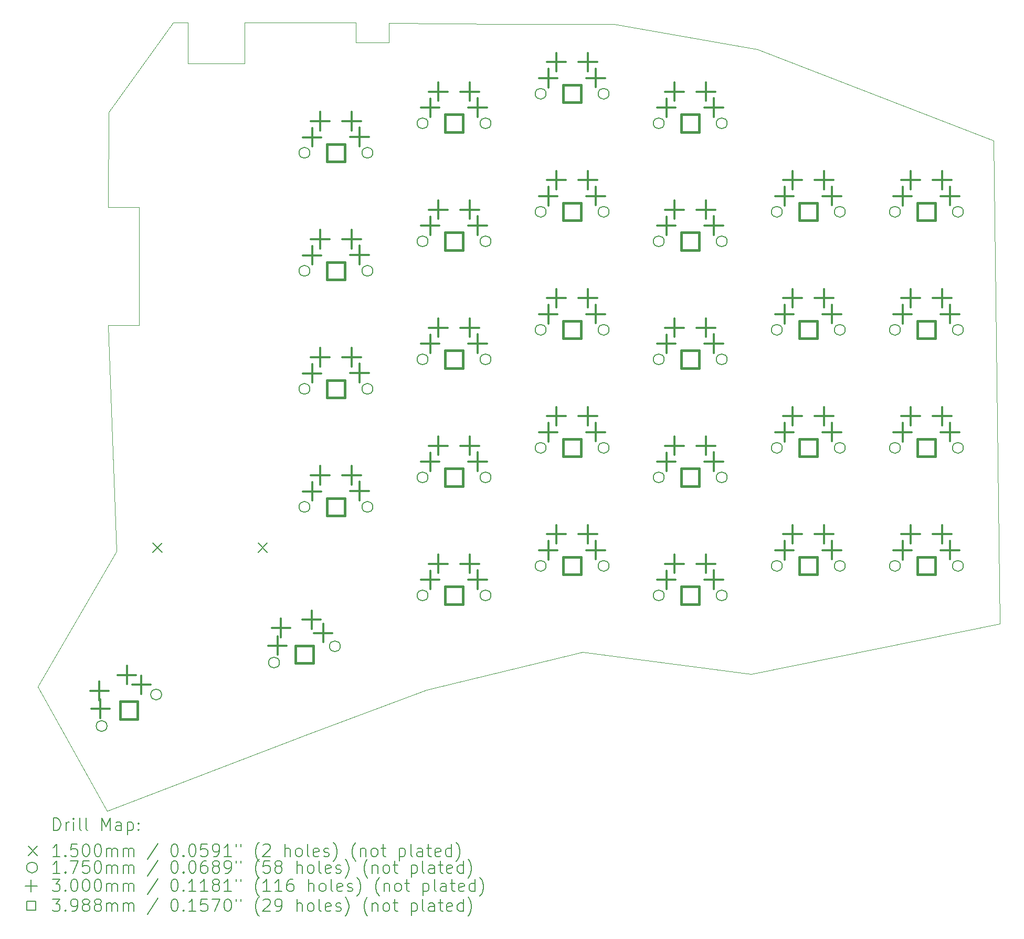
<source format=gbr>
%TF.GenerationSoftware,KiCad,Pcbnew,7.0.5.1-1-g8f565ef7f0-dirty-deb11*%
%TF.CreationDate,2023-08-12T11:25:40+00:00*%
%TF.ProjectId,hakea-fillets,68616b65-612d-4666-996c-6c6574732e6b,1.0.3*%
%TF.SameCoordinates,Original*%
%TF.FileFunction,Drillmap*%
%TF.FilePolarity,Positive*%
%FSLAX45Y45*%
G04 Gerber Fmt 4.5, Leading zero omitted, Abs format (unit mm)*
G04 Created by KiCad (PCBNEW 7.0.5.1-1-g8f565ef7f0-dirty-deb11) date 2023-08-12 11:25:40*
%MOMM*%
%LPD*%
G01*
G04 APERTURE LIST*
%ADD10C,0.050000*%
%ADD11C,0.200000*%
%ADD12C,0.150000*%
%ADD13C,0.175000*%
%ADD14C,0.300000*%
%ADD15C,0.398780*%
G04 APERTURE END LIST*
D10*
X12707620Y-2186940D02*
X12707620Y-2509520D01*
X13235940Y-2509520D01*
X13235940Y-2189480D01*
X15113000Y-2209800D01*
X16865600Y-2209800D01*
X19177000Y-2616200D01*
X22987000Y-4089400D01*
X23088600Y-11887200D01*
X19075400Y-12700000D01*
X16357600Y-12344400D01*
X13843000Y-12954000D01*
X11938000Y-13665200D01*
X8686800Y-14909800D01*
X7569200Y-12903200D01*
X8839200Y-10718800D01*
X8707120Y-7066280D01*
X9207401Y-7066314D01*
X9204861Y-5166394D01*
X8709517Y-5166360D01*
X8712200Y-3632200D01*
X9753600Y-2184400D01*
X9994900Y-2184400D01*
X9994900Y-2842260D01*
X10911840Y-2842260D01*
X10911840Y-2181860D01*
X12707620Y-2186940D01*
D11*
D12*
X9430770Y-10584690D02*
X9580770Y-10734690D01*
X9580770Y-10584690D02*
X9430770Y-10734690D01*
X11124846Y-10582920D02*
X11274846Y-10732920D01*
X11274846Y-10582920D02*
X11124846Y-10732920D01*
D13*
X8689959Y-13538200D02*
G75*
G03*
X8689959Y-13538200I-87500J0D01*
G01*
X9569841Y-13030200D02*
G75*
G03*
X9569841Y-13030200I-87500J0D01*
G01*
X11471310Y-12513980D02*
G75*
G03*
X11471310Y-12513980I-87500J0D01*
G01*
X11962000Y-4286250D02*
G75*
G03*
X11962000Y-4286250I-87500J0D01*
G01*
X11962000Y-6191250D02*
G75*
G03*
X11962000Y-6191250I-87500J0D01*
G01*
X11962000Y-8096250D02*
G75*
G03*
X11962000Y-8096250I-87500J0D01*
G01*
X11962000Y-10001250D02*
G75*
G03*
X11962000Y-10001250I-87500J0D01*
G01*
X12452690Y-12251020D02*
G75*
G03*
X12452690Y-12251020I-87500J0D01*
G01*
X12978000Y-4286250D02*
G75*
G03*
X12978000Y-4286250I-87500J0D01*
G01*
X12978000Y-6191250D02*
G75*
G03*
X12978000Y-6191250I-87500J0D01*
G01*
X12978000Y-8096250D02*
G75*
G03*
X12978000Y-8096250I-87500J0D01*
G01*
X12978000Y-10001250D02*
G75*
G03*
X12978000Y-10001250I-87500J0D01*
G01*
X13867000Y-3810000D02*
G75*
G03*
X13867000Y-3810000I-87500J0D01*
G01*
X13867000Y-5715000D02*
G75*
G03*
X13867000Y-5715000I-87500J0D01*
G01*
X13867000Y-7620000D02*
G75*
G03*
X13867000Y-7620000I-87500J0D01*
G01*
X13867000Y-9525000D02*
G75*
G03*
X13867000Y-9525000I-87500J0D01*
G01*
X13867000Y-11430000D02*
G75*
G03*
X13867000Y-11430000I-87500J0D01*
G01*
X14883000Y-3810000D02*
G75*
G03*
X14883000Y-3810000I-87500J0D01*
G01*
X14883000Y-5715000D02*
G75*
G03*
X14883000Y-5715000I-87500J0D01*
G01*
X14883000Y-7620000D02*
G75*
G03*
X14883000Y-7620000I-87500J0D01*
G01*
X14883000Y-9525000D02*
G75*
G03*
X14883000Y-9525000I-87500J0D01*
G01*
X14883000Y-11430000D02*
G75*
G03*
X14883000Y-11430000I-87500J0D01*
G01*
X15772000Y-3333750D02*
G75*
G03*
X15772000Y-3333750I-87500J0D01*
G01*
X15772000Y-5238750D02*
G75*
G03*
X15772000Y-5238750I-87500J0D01*
G01*
X15772000Y-7143750D02*
G75*
G03*
X15772000Y-7143750I-87500J0D01*
G01*
X15772000Y-9048750D02*
G75*
G03*
X15772000Y-9048750I-87500J0D01*
G01*
X15772000Y-10953750D02*
G75*
G03*
X15772000Y-10953750I-87500J0D01*
G01*
X16788000Y-3333750D02*
G75*
G03*
X16788000Y-3333750I-87500J0D01*
G01*
X16788000Y-5238750D02*
G75*
G03*
X16788000Y-5238750I-87500J0D01*
G01*
X16788000Y-7143750D02*
G75*
G03*
X16788000Y-7143750I-87500J0D01*
G01*
X16788000Y-9048750D02*
G75*
G03*
X16788000Y-9048750I-87500J0D01*
G01*
X16788000Y-10953750D02*
G75*
G03*
X16788000Y-10953750I-87500J0D01*
G01*
X17677000Y-3810000D02*
G75*
G03*
X17677000Y-3810000I-87500J0D01*
G01*
X17677000Y-5715000D02*
G75*
G03*
X17677000Y-5715000I-87500J0D01*
G01*
X17677000Y-7620000D02*
G75*
G03*
X17677000Y-7620000I-87500J0D01*
G01*
X17677000Y-9525000D02*
G75*
G03*
X17677000Y-9525000I-87500J0D01*
G01*
X17677000Y-11430000D02*
G75*
G03*
X17677000Y-11430000I-87500J0D01*
G01*
X18693000Y-3810000D02*
G75*
G03*
X18693000Y-3810000I-87500J0D01*
G01*
X18693000Y-5715000D02*
G75*
G03*
X18693000Y-5715000I-87500J0D01*
G01*
X18693000Y-7620000D02*
G75*
G03*
X18693000Y-7620000I-87500J0D01*
G01*
X18693000Y-9525000D02*
G75*
G03*
X18693000Y-9525000I-87500J0D01*
G01*
X18693000Y-11430000D02*
G75*
G03*
X18693000Y-11430000I-87500J0D01*
G01*
X19582000Y-5238750D02*
G75*
G03*
X19582000Y-5238750I-87500J0D01*
G01*
X19582000Y-7143750D02*
G75*
G03*
X19582000Y-7143750I-87500J0D01*
G01*
X19582000Y-9048750D02*
G75*
G03*
X19582000Y-9048750I-87500J0D01*
G01*
X19582000Y-10953750D02*
G75*
G03*
X19582000Y-10953750I-87500J0D01*
G01*
X20598000Y-5238750D02*
G75*
G03*
X20598000Y-5238750I-87500J0D01*
G01*
X20598000Y-7143750D02*
G75*
G03*
X20598000Y-7143750I-87500J0D01*
G01*
X20598000Y-9048750D02*
G75*
G03*
X20598000Y-9048750I-87500J0D01*
G01*
X20598000Y-10953750D02*
G75*
G03*
X20598000Y-10953750I-87500J0D01*
G01*
X21487000Y-5238750D02*
G75*
G03*
X21487000Y-5238750I-87500J0D01*
G01*
X21487000Y-7143750D02*
G75*
G03*
X21487000Y-7143750I-87500J0D01*
G01*
X21487000Y-9048750D02*
G75*
G03*
X21487000Y-9048750I-87500J0D01*
G01*
X21487000Y-10953750D02*
G75*
G03*
X21487000Y-10953750I-87500J0D01*
G01*
X22503000Y-5238750D02*
G75*
G03*
X22503000Y-5238750I-87500J0D01*
G01*
X22503000Y-7143750D02*
G75*
G03*
X22503000Y-7143750I-87500J0D01*
G01*
X22503000Y-9048750D02*
G75*
G03*
X22503000Y-9048750I-87500J0D01*
G01*
X22503000Y-10953750D02*
G75*
G03*
X22503000Y-10953750I-87500J0D01*
G01*
D14*
X8566564Y-12820027D02*
X8566564Y-13120027D01*
X8416564Y-12970027D02*
X8716564Y-12970027D01*
X8583980Y-13110194D02*
X8583980Y-13410194D01*
X8433980Y-13260194D02*
X8733980Y-13260194D01*
X9008237Y-12565027D02*
X9008237Y-12865027D01*
X8858237Y-12715027D02*
X9158237Y-12715027D01*
X9243990Y-12723363D02*
X9243990Y-13023363D01*
X9093990Y-12873363D02*
X9393990Y-12873363D01*
X11437914Y-12090664D02*
X11437914Y-12390664D01*
X11287914Y-12240664D02*
X11587914Y-12240664D01*
X11496191Y-11805877D02*
X11496191Y-12105877D01*
X11346191Y-11955877D02*
X11646191Y-11955877D01*
X11988813Y-11673879D02*
X11988813Y-11973879D01*
X11838813Y-11823879D02*
X12138813Y-11823879D01*
X11997500Y-3886250D02*
X11997500Y-4186250D01*
X11847500Y-4036250D02*
X12147500Y-4036250D01*
X11997500Y-5791250D02*
X11997500Y-6091250D01*
X11847500Y-5941250D02*
X12147500Y-5941250D01*
X11997500Y-7696250D02*
X11997500Y-7996250D01*
X11847500Y-7846250D02*
X12147500Y-7846250D01*
X11997500Y-9601250D02*
X11997500Y-9901250D01*
X11847500Y-9751250D02*
X12147500Y-9751250D01*
X12127500Y-3626250D02*
X12127500Y-3926250D01*
X11977500Y-3776250D02*
X12277500Y-3776250D01*
X12127500Y-5531250D02*
X12127500Y-5831250D01*
X11977500Y-5681250D02*
X12277500Y-5681250D01*
X12127500Y-7436250D02*
X12127500Y-7736250D01*
X11977500Y-7586250D02*
X12277500Y-7586250D01*
X12127500Y-9341250D02*
X12127500Y-9641250D01*
X11977500Y-9491250D02*
X12277500Y-9491250D01*
X12175553Y-11887838D02*
X12175553Y-12187838D01*
X12025553Y-12037838D02*
X12325553Y-12037838D01*
X12637500Y-3626250D02*
X12637500Y-3926250D01*
X12487500Y-3776250D02*
X12787500Y-3776250D01*
X12637500Y-5531250D02*
X12637500Y-5831250D01*
X12487500Y-5681250D02*
X12787500Y-5681250D01*
X12637500Y-7436250D02*
X12637500Y-7736250D01*
X12487500Y-7586250D02*
X12787500Y-7586250D01*
X12637500Y-9341250D02*
X12637500Y-9641250D01*
X12487500Y-9491250D02*
X12787500Y-9491250D01*
X12762500Y-3881250D02*
X12762500Y-4181250D01*
X12612500Y-4031250D02*
X12912500Y-4031250D01*
X12762500Y-5786250D02*
X12762500Y-6086250D01*
X12612500Y-5936250D02*
X12912500Y-5936250D01*
X12762500Y-7691250D02*
X12762500Y-7991250D01*
X12612500Y-7841250D02*
X12912500Y-7841250D01*
X12762500Y-9596250D02*
X12762500Y-9896250D01*
X12612500Y-9746250D02*
X12912500Y-9746250D01*
X13902500Y-3410000D02*
X13902500Y-3710000D01*
X13752500Y-3560000D02*
X14052500Y-3560000D01*
X13902500Y-5315000D02*
X13902500Y-5615000D01*
X13752500Y-5465000D02*
X14052500Y-5465000D01*
X13902500Y-7220000D02*
X13902500Y-7520000D01*
X13752500Y-7370000D02*
X14052500Y-7370000D01*
X13902500Y-9125000D02*
X13902500Y-9425000D01*
X13752500Y-9275000D02*
X14052500Y-9275000D01*
X13902500Y-11030000D02*
X13902500Y-11330000D01*
X13752500Y-11180000D02*
X14052500Y-11180000D01*
X14032500Y-3150000D02*
X14032500Y-3450000D01*
X13882500Y-3300000D02*
X14182500Y-3300000D01*
X14032500Y-5055000D02*
X14032500Y-5355000D01*
X13882500Y-5205000D02*
X14182500Y-5205000D01*
X14032500Y-6960000D02*
X14032500Y-7260000D01*
X13882500Y-7110000D02*
X14182500Y-7110000D01*
X14032500Y-8865000D02*
X14032500Y-9165000D01*
X13882500Y-9015000D02*
X14182500Y-9015000D01*
X14032500Y-10770000D02*
X14032500Y-11070000D01*
X13882500Y-10920000D02*
X14182500Y-10920000D01*
X14542500Y-3150000D02*
X14542500Y-3450000D01*
X14392500Y-3300000D02*
X14692500Y-3300000D01*
X14542500Y-5055000D02*
X14542500Y-5355000D01*
X14392500Y-5205000D02*
X14692500Y-5205000D01*
X14542500Y-6960000D02*
X14542500Y-7260000D01*
X14392500Y-7110000D02*
X14692500Y-7110000D01*
X14542500Y-8865000D02*
X14542500Y-9165000D01*
X14392500Y-9015000D02*
X14692500Y-9015000D01*
X14542500Y-10770000D02*
X14542500Y-11070000D01*
X14392500Y-10920000D02*
X14692500Y-10920000D01*
X14667500Y-3405000D02*
X14667500Y-3705000D01*
X14517500Y-3555000D02*
X14817500Y-3555000D01*
X14667500Y-5310000D02*
X14667500Y-5610000D01*
X14517500Y-5460000D02*
X14817500Y-5460000D01*
X14667500Y-7215000D02*
X14667500Y-7515000D01*
X14517500Y-7365000D02*
X14817500Y-7365000D01*
X14667500Y-9120000D02*
X14667500Y-9420000D01*
X14517500Y-9270000D02*
X14817500Y-9270000D01*
X14667500Y-11025000D02*
X14667500Y-11325000D01*
X14517500Y-11175000D02*
X14817500Y-11175000D01*
X15807500Y-2933750D02*
X15807500Y-3233750D01*
X15657500Y-3083750D02*
X15957500Y-3083750D01*
X15807500Y-4838750D02*
X15807500Y-5138750D01*
X15657500Y-4988750D02*
X15957500Y-4988750D01*
X15807500Y-6743750D02*
X15807500Y-7043750D01*
X15657500Y-6893750D02*
X15957500Y-6893750D01*
X15807500Y-8648750D02*
X15807500Y-8948750D01*
X15657500Y-8798750D02*
X15957500Y-8798750D01*
X15807500Y-10553750D02*
X15807500Y-10853750D01*
X15657500Y-10703750D02*
X15957500Y-10703750D01*
X15937500Y-2673750D02*
X15937500Y-2973750D01*
X15787500Y-2823750D02*
X16087500Y-2823750D01*
X15937500Y-4578750D02*
X15937500Y-4878750D01*
X15787500Y-4728750D02*
X16087500Y-4728750D01*
X15937500Y-6483750D02*
X15937500Y-6783750D01*
X15787500Y-6633750D02*
X16087500Y-6633750D01*
X15937500Y-8388750D02*
X15937500Y-8688750D01*
X15787500Y-8538750D02*
X16087500Y-8538750D01*
X15937500Y-10293750D02*
X15937500Y-10593750D01*
X15787500Y-10443750D02*
X16087500Y-10443750D01*
X16447500Y-2673750D02*
X16447500Y-2973750D01*
X16297500Y-2823750D02*
X16597500Y-2823750D01*
X16447500Y-4578750D02*
X16447500Y-4878750D01*
X16297500Y-4728750D02*
X16597500Y-4728750D01*
X16447500Y-6483750D02*
X16447500Y-6783750D01*
X16297500Y-6633750D02*
X16597500Y-6633750D01*
X16447500Y-8388750D02*
X16447500Y-8688750D01*
X16297500Y-8538750D02*
X16597500Y-8538750D01*
X16447500Y-10293750D02*
X16447500Y-10593750D01*
X16297500Y-10443750D02*
X16597500Y-10443750D01*
X16572500Y-2928750D02*
X16572500Y-3228750D01*
X16422500Y-3078750D02*
X16722500Y-3078750D01*
X16572500Y-4833750D02*
X16572500Y-5133750D01*
X16422500Y-4983750D02*
X16722500Y-4983750D01*
X16572500Y-6738750D02*
X16572500Y-7038750D01*
X16422500Y-6888750D02*
X16722500Y-6888750D01*
X16572500Y-8643750D02*
X16572500Y-8943750D01*
X16422500Y-8793750D02*
X16722500Y-8793750D01*
X16572500Y-10548750D02*
X16572500Y-10848750D01*
X16422500Y-10698750D02*
X16722500Y-10698750D01*
X17712500Y-3410000D02*
X17712500Y-3710000D01*
X17562500Y-3560000D02*
X17862500Y-3560000D01*
X17712500Y-5315000D02*
X17712500Y-5615000D01*
X17562500Y-5465000D02*
X17862500Y-5465000D01*
X17712500Y-7220000D02*
X17712500Y-7520000D01*
X17562500Y-7370000D02*
X17862500Y-7370000D01*
X17712500Y-9125000D02*
X17712500Y-9425000D01*
X17562500Y-9275000D02*
X17862500Y-9275000D01*
X17712500Y-11030000D02*
X17712500Y-11330000D01*
X17562500Y-11180000D02*
X17862500Y-11180000D01*
X17842500Y-3150000D02*
X17842500Y-3450000D01*
X17692500Y-3300000D02*
X17992500Y-3300000D01*
X17842500Y-5055000D02*
X17842500Y-5355000D01*
X17692500Y-5205000D02*
X17992500Y-5205000D01*
X17842500Y-6960000D02*
X17842500Y-7260000D01*
X17692500Y-7110000D02*
X17992500Y-7110000D01*
X17842500Y-8865000D02*
X17842500Y-9165000D01*
X17692500Y-9015000D02*
X17992500Y-9015000D01*
X17842500Y-10770000D02*
X17842500Y-11070000D01*
X17692500Y-10920000D02*
X17992500Y-10920000D01*
X18352500Y-3150000D02*
X18352500Y-3450000D01*
X18202500Y-3300000D02*
X18502500Y-3300000D01*
X18352500Y-5055000D02*
X18352500Y-5355000D01*
X18202500Y-5205000D02*
X18502500Y-5205000D01*
X18352500Y-6960000D02*
X18352500Y-7260000D01*
X18202500Y-7110000D02*
X18502500Y-7110000D01*
X18352500Y-8865000D02*
X18352500Y-9165000D01*
X18202500Y-9015000D02*
X18502500Y-9015000D01*
X18352500Y-10770000D02*
X18352500Y-11070000D01*
X18202500Y-10920000D02*
X18502500Y-10920000D01*
X18477500Y-3405000D02*
X18477500Y-3705000D01*
X18327500Y-3555000D02*
X18627500Y-3555000D01*
X18477500Y-5310000D02*
X18477500Y-5610000D01*
X18327500Y-5460000D02*
X18627500Y-5460000D01*
X18477500Y-7215000D02*
X18477500Y-7515000D01*
X18327500Y-7365000D02*
X18627500Y-7365000D01*
X18477500Y-9120000D02*
X18477500Y-9420000D01*
X18327500Y-9270000D02*
X18627500Y-9270000D01*
X18477500Y-11025000D02*
X18477500Y-11325000D01*
X18327500Y-11175000D02*
X18627500Y-11175000D01*
X19617500Y-4838750D02*
X19617500Y-5138750D01*
X19467500Y-4988750D02*
X19767500Y-4988750D01*
X19617500Y-6743750D02*
X19617500Y-7043750D01*
X19467500Y-6893750D02*
X19767500Y-6893750D01*
X19617500Y-8648750D02*
X19617500Y-8948750D01*
X19467500Y-8798750D02*
X19767500Y-8798750D01*
X19617500Y-10553750D02*
X19617500Y-10853750D01*
X19467500Y-10703750D02*
X19767500Y-10703750D01*
X19747500Y-4578750D02*
X19747500Y-4878750D01*
X19597500Y-4728750D02*
X19897500Y-4728750D01*
X19747500Y-6483750D02*
X19747500Y-6783750D01*
X19597500Y-6633750D02*
X19897500Y-6633750D01*
X19747500Y-8388750D02*
X19747500Y-8688750D01*
X19597500Y-8538750D02*
X19897500Y-8538750D01*
X19747500Y-10293750D02*
X19747500Y-10593750D01*
X19597500Y-10443750D02*
X19897500Y-10443750D01*
X20257500Y-4578750D02*
X20257500Y-4878750D01*
X20107500Y-4728750D02*
X20407500Y-4728750D01*
X20257500Y-6483750D02*
X20257500Y-6783750D01*
X20107500Y-6633750D02*
X20407500Y-6633750D01*
X20257500Y-8388750D02*
X20257500Y-8688750D01*
X20107500Y-8538750D02*
X20407500Y-8538750D01*
X20257500Y-10293750D02*
X20257500Y-10593750D01*
X20107500Y-10443750D02*
X20407500Y-10443750D01*
X20382500Y-4833750D02*
X20382500Y-5133750D01*
X20232500Y-4983750D02*
X20532500Y-4983750D01*
X20382500Y-6738750D02*
X20382500Y-7038750D01*
X20232500Y-6888750D02*
X20532500Y-6888750D01*
X20382500Y-8643750D02*
X20382500Y-8943750D01*
X20232500Y-8793750D02*
X20532500Y-8793750D01*
X20382500Y-10548750D02*
X20382500Y-10848750D01*
X20232500Y-10698750D02*
X20532500Y-10698750D01*
X21522500Y-4838750D02*
X21522500Y-5138750D01*
X21372500Y-4988750D02*
X21672500Y-4988750D01*
X21522500Y-6743750D02*
X21522500Y-7043750D01*
X21372500Y-6893750D02*
X21672500Y-6893750D01*
X21522500Y-8648750D02*
X21522500Y-8948750D01*
X21372500Y-8798750D02*
X21672500Y-8798750D01*
X21522500Y-10553750D02*
X21522500Y-10853750D01*
X21372500Y-10703750D02*
X21672500Y-10703750D01*
X21652500Y-4578750D02*
X21652500Y-4878750D01*
X21502500Y-4728750D02*
X21802500Y-4728750D01*
X21652500Y-6483750D02*
X21652500Y-6783750D01*
X21502500Y-6633750D02*
X21802500Y-6633750D01*
X21652500Y-8388750D02*
X21652500Y-8688750D01*
X21502500Y-8538750D02*
X21802500Y-8538750D01*
X21652500Y-10293750D02*
X21652500Y-10593750D01*
X21502500Y-10443750D02*
X21802500Y-10443750D01*
X22162500Y-4578750D02*
X22162500Y-4878750D01*
X22012500Y-4728750D02*
X22312500Y-4728750D01*
X22162500Y-6483750D02*
X22162500Y-6783750D01*
X22012500Y-6633750D02*
X22312500Y-6633750D01*
X22162500Y-8388750D02*
X22162500Y-8688750D01*
X22012500Y-8538750D02*
X22312500Y-8538750D01*
X22162500Y-10293750D02*
X22162500Y-10593750D01*
X22012500Y-10443750D02*
X22312500Y-10443750D01*
X22287500Y-4833750D02*
X22287500Y-5133750D01*
X22137500Y-4983750D02*
X22437500Y-4983750D01*
X22287500Y-6738750D02*
X22287500Y-7038750D01*
X22137500Y-6888750D02*
X22437500Y-6888750D01*
X22287500Y-8643750D02*
X22287500Y-8943750D01*
X22137500Y-8793750D02*
X22437500Y-8793750D01*
X22287500Y-10548750D02*
X22287500Y-10848750D01*
X22137500Y-10698750D02*
X22437500Y-10698750D01*
D15*
X9183391Y-13425191D02*
X9183391Y-13143209D01*
X8901409Y-13143209D01*
X8901409Y-13425191D01*
X9183391Y-13425191D01*
X12015491Y-12523491D02*
X12015491Y-12241509D01*
X11733509Y-12241509D01*
X11733509Y-12523491D01*
X12015491Y-12523491D01*
X12523491Y-4427241D02*
X12523491Y-4145259D01*
X12241509Y-4145259D01*
X12241509Y-4427241D01*
X12523491Y-4427241D01*
X12523491Y-6332241D02*
X12523491Y-6050259D01*
X12241509Y-6050259D01*
X12241509Y-6332241D01*
X12523491Y-6332241D01*
X12523491Y-8237241D02*
X12523491Y-7955259D01*
X12241509Y-7955259D01*
X12241509Y-8237241D01*
X12523491Y-8237241D01*
X12523491Y-10142241D02*
X12523491Y-9860259D01*
X12241509Y-9860259D01*
X12241509Y-10142241D01*
X12523491Y-10142241D01*
X14428491Y-3950991D02*
X14428491Y-3669009D01*
X14146509Y-3669009D01*
X14146509Y-3950991D01*
X14428491Y-3950991D01*
X14428491Y-5855991D02*
X14428491Y-5574009D01*
X14146509Y-5574009D01*
X14146509Y-5855991D01*
X14428491Y-5855991D01*
X14428491Y-7760991D02*
X14428491Y-7479009D01*
X14146509Y-7479009D01*
X14146509Y-7760991D01*
X14428491Y-7760991D01*
X14428491Y-9665991D02*
X14428491Y-9384009D01*
X14146509Y-9384009D01*
X14146509Y-9665991D01*
X14428491Y-9665991D01*
X14428491Y-11570991D02*
X14428491Y-11289009D01*
X14146509Y-11289009D01*
X14146509Y-11570991D01*
X14428491Y-11570991D01*
X16333491Y-3474741D02*
X16333491Y-3192759D01*
X16051509Y-3192759D01*
X16051509Y-3474741D01*
X16333491Y-3474741D01*
X16333491Y-5379741D02*
X16333491Y-5097759D01*
X16051509Y-5097759D01*
X16051509Y-5379741D01*
X16333491Y-5379741D01*
X16333491Y-7284741D02*
X16333491Y-7002759D01*
X16051509Y-7002759D01*
X16051509Y-7284741D01*
X16333491Y-7284741D01*
X16333491Y-9189741D02*
X16333491Y-8907759D01*
X16051509Y-8907759D01*
X16051509Y-9189741D01*
X16333491Y-9189741D01*
X16333491Y-11094741D02*
X16333491Y-10812759D01*
X16051509Y-10812759D01*
X16051509Y-11094741D01*
X16333491Y-11094741D01*
X18238491Y-3950991D02*
X18238491Y-3669009D01*
X17956509Y-3669009D01*
X17956509Y-3950991D01*
X18238491Y-3950991D01*
X18238491Y-5855991D02*
X18238491Y-5574009D01*
X17956509Y-5574009D01*
X17956509Y-5855991D01*
X18238491Y-5855991D01*
X18238491Y-7760991D02*
X18238491Y-7479009D01*
X17956509Y-7479009D01*
X17956509Y-7760991D01*
X18238491Y-7760991D01*
X18238491Y-9665991D02*
X18238491Y-9384009D01*
X17956509Y-9384009D01*
X17956509Y-9665991D01*
X18238491Y-9665991D01*
X18238491Y-11570991D02*
X18238491Y-11289009D01*
X17956509Y-11289009D01*
X17956509Y-11570991D01*
X18238491Y-11570991D01*
X20143491Y-5379741D02*
X20143491Y-5097759D01*
X19861509Y-5097759D01*
X19861509Y-5379741D01*
X20143491Y-5379741D01*
X20143491Y-7284741D02*
X20143491Y-7002759D01*
X19861509Y-7002759D01*
X19861509Y-7284741D01*
X20143491Y-7284741D01*
X20143491Y-9189741D02*
X20143491Y-8907759D01*
X19861509Y-8907759D01*
X19861509Y-9189741D01*
X20143491Y-9189741D01*
X20143491Y-11094741D02*
X20143491Y-10812759D01*
X19861509Y-10812759D01*
X19861509Y-11094741D01*
X20143491Y-11094741D01*
X22048491Y-5379741D02*
X22048491Y-5097759D01*
X21766509Y-5097759D01*
X21766509Y-5379741D01*
X22048491Y-5379741D01*
X22048491Y-7284741D02*
X22048491Y-7002759D01*
X21766509Y-7002759D01*
X21766509Y-7284741D01*
X22048491Y-7284741D01*
X22048491Y-9189741D02*
X22048491Y-8907759D01*
X21766509Y-8907759D01*
X21766509Y-9189741D01*
X22048491Y-9189741D01*
X22048491Y-11094741D02*
X22048491Y-10812759D01*
X21766509Y-10812759D01*
X21766509Y-11094741D01*
X22048491Y-11094741D01*
D11*
X7827477Y-15223784D02*
X7827477Y-15023784D01*
X7827477Y-15023784D02*
X7875096Y-15023784D01*
X7875096Y-15023784D02*
X7903667Y-15033308D01*
X7903667Y-15033308D02*
X7922715Y-15052355D01*
X7922715Y-15052355D02*
X7932239Y-15071403D01*
X7932239Y-15071403D02*
X7941762Y-15109498D01*
X7941762Y-15109498D02*
X7941762Y-15138069D01*
X7941762Y-15138069D02*
X7932239Y-15176165D01*
X7932239Y-15176165D02*
X7922715Y-15195212D01*
X7922715Y-15195212D02*
X7903667Y-15214260D01*
X7903667Y-15214260D02*
X7875096Y-15223784D01*
X7875096Y-15223784D02*
X7827477Y-15223784D01*
X8027477Y-15223784D02*
X8027477Y-15090450D01*
X8027477Y-15128546D02*
X8037001Y-15109498D01*
X8037001Y-15109498D02*
X8046524Y-15099974D01*
X8046524Y-15099974D02*
X8065572Y-15090450D01*
X8065572Y-15090450D02*
X8084620Y-15090450D01*
X8151286Y-15223784D02*
X8151286Y-15090450D01*
X8151286Y-15023784D02*
X8141762Y-15033308D01*
X8141762Y-15033308D02*
X8151286Y-15042831D01*
X8151286Y-15042831D02*
X8160810Y-15033308D01*
X8160810Y-15033308D02*
X8151286Y-15023784D01*
X8151286Y-15023784D02*
X8151286Y-15042831D01*
X8275096Y-15223784D02*
X8256048Y-15214260D01*
X8256048Y-15214260D02*
X8246524Y-15195212D01*
X8246524Y-15195212D02*
X8246524Y-15023784D01*
X8379858Y-15223784D02*
X8360810Y-15214260D01*
X8360810Y-15214260D02*
X8351286Y-15195212D01*
X8351286Y-15195212D02*
X8351286Y-15023784D01*
X8608429Y-15223784D02*
X8608429Y-15023784D01*
X8608429Y-15023784D02*
X8675096Y-15166641D01*
X8675096Y-15166641D02*
X8741763Y-15023784D01*
X8741763Y-15023784D02*
X8741763Y-15223784D01*
X8922715Y-15223784D02*
X8922715Y-15119022D01*
X8922715Y-15119022D02*
X8913191Y-15099974D01*
X8913191Y-15099974D02*
X8894144Y-15090450D01*
X8894144Y-15090450D02*
X8856048Y-15090450D01*
X8856048Y-15090450D02*
X8837001Y-15099974D01*
X8922715Y-15214260D02*
X8903667Y-15223784D01*
X8903667Y-15223784D02*
X8856048Y-15223784D01*
X8856048Y-15223784D02*
X8837001Y-15214260D01*
X8837001Y-15214260D02*
X8827477Y-15195212D01*
X8827477Y-15195212D02*
X8827477Y-15176165D01*
X8827477Y-15176165D02*
X8837001Y-15157117D01*
X8837001Y-15157117D02*
X8856048Y-15147593D01*
X8856048Y-15147593D02*
X8903667Y-15147593D01*
X8903667Y-15147593D02*
X8922715Y-15138069D01*
X9017953Y-15090450D02*
X9017953Y-15290450D01*
X9017953Y-15099974D02*
X9037001Y-15090450D01*
X9037001Y-15090450D02*
X9075096Y-15090450D01*
X9075096Y-15090450D02*
X9094144Y-15099974D01*
X9094144Y-15099974D02*
X9103667Y-15109498D01*
X9103667Y-15109498D02*
X9113191Y-15128546D01*
X9113191Y-15128546D02*
X9113191Y-15185688D01*
X9113191Y-15185688D02*
X9103667Y-15204736D01*
X9103667Y-15204736D02*
X9094144Y-15214260D01*
X9094144Y-15214260D02*
X9075096Y-15223784D01*
X9075096Y-15223784D02*
X9037001Y-15223784D01*
X9037001Y-15223784D02*
X9017953Y-15214260D01*
X9198905Y-15204736D02*
X9208429Y-15214260D01*
X9208429Y-15214260D02*
X9198905Y-15223784D01*
X9198905Y-15223784D02*
X9189382Y-15214260D01*
X9189382Y-15214260D02*
X9198905Y-15204736D01*
X9198905Y-15204736D02*
X9198905Y-15223784D01*
X9198905Y-15099974D02*
X9208429Y-15109498D01*
X9208429Y-15109498D02*
X9198905Y-15119022D01*
X9198905Y-15119022D02*
X9189382Y-15109498D01*
X9189382Y-15109498D02*
X9198905Y-15099974D01*
X9198905Y-15099974D02*
X9198905Y-15119022D01*
D12*
X7416700Y-15477300D02*
X7566700Y-15627300D01*
X7566700Y-15477300D02*
X7416700Y-15627300D01*
D11*
X7932239Y-15643784D02*
X7817953Y-15643784D01*
X7875096Y-15643784D02*
X7875096Y-15443784D01*
X7875096Y-15443784D02*
X7856048Y-15472355D01*
X7856048Y-15472355D02*
X7837001Y-15491403D01*
X7837001Y-15491403D02*
X7817953Y-15500927D01*
X8017953Y-15624736D02*
X8027477Y-15634260D01*
X8027477Y-15634260D02*
X8017953Y-15643784D01*
X8017953Y-15643784D02*
X8008429Y-15634260D01*
X8008429Y-15634260D02*
X8017953Y-15624736D01*
X8017953Y-15624736D02*
X8017953Y-15643784D01*
X8208429Y-15443784D02*
X8113191Y-15443784D01*
X8113191Y-15443784D02*
X8103667Y-15539022D01*
X8103667Y-15539022D02*
X8113191Y-15529498D01*
X8113191Y-15529498D02*
X8132239Y-15519974D01*
X8132239Y-15519974D02*
X8179858Y-15519974D01*
X8179858Y-15519974D02*
X8198905Y-15529498D01*
X8198905Y-15529498D02*
X8208429Y-15539022D01*
X8208429Y-15539022D02*
X8217953Y-15558069D01*
X8217953Y-15558069D02*
X8217953Y-15605688D01*
X8217953Y-15605688D02*
X8208429Y-15624736D01*
X8208429Y-15624736D02*
X8198905Y-15634260D01*
X8198905Y-15634260D02*
X8179858Y-15643784D01*
X8179858Y-15643784D02*
X8132239Y-15643784D01*
X8132239Y-15643784D02*
X8113191Y-15634260D01*
X8113191Y-15634260D02*
X8103667Y-15624736D01*
X8341762Y-15443784D02*
X8360810Y-15443784D01*
X8360810Y-15443784D02*
X8379858Y-15453308D01*
X8379858Y-15453308D02*
X8389382Y-15462831D01*
X8389382Y-15462831D02*
X8398905Y-15481879D01*
X8398905Y-15481879D02*
X8408429Y-15519974D01*
X8408429Y-15519974D02*
X8408429Y-15567593D01*
X8408429Y-15567593D02*
X8398905Y-15605688D01*
X8398905Y-15605688D02*
X8389382Y-15624736D01*
X8389382Y-15624736D02*
X8379858Y-15634260D01*
X8379858Y-15634260D02*
X8360810Y-15643784D01*
X8360810Y-15643784D02*
X8341762Y-15643784D01*
X8341762Y-15643784D02*
X8322715Y-15634260D01*
X8322715Y-15634260D02*
X8313191Y-15624736D01*
X8313191Y-15624736D02*
X8303667Y-15605688D01*
X8303667Y-15605688D02*
X8294143Y-15567593D01*
X8294143Y-15567593D02*
X8294143Y-15519974D01*
X8294143Y-15519974D02*
X8303667Y-15481879D01*
X8303667Y-15481879D02*
X8313191Y-15462831D01*
X8313191Y-15462831D02*
X8322715Y-15453308D01*
X8322715Y-15453308D02*
X8341762Y-15443784D01*
X8532239Y-15443784D02*
X8551286Y-15443784D01*
X8551286Y-15443784D02*
X8570334Y-15453308D01*
X8570334Y-15453308D02*
X8579858Y-15462831D01*
X8579858Y-15462831D02*
X8589382Y-15481879D01*
X8589382Y-15481879D02*
X8598905Y-15519974D01*
X8598905Y-15519974D02*
X8598905Y-15567593D01*
X8598905Y-15567593D02*
X8589382Y-15605688D01*
X8589382Y-15605688D02*
X8579858Y-15624736D01*
X8579858Y-15624736D02*
X8570334Y-15634260D01*
X8570334Y-15634260D02*
X8551286Y-15643784D01*
X8551286Y-15643784D02*
X8532239Y-15643784D01*
X8532239Y-15643784D02*
X8513191Y-15634260D01*
X8513191Y-15634260D02*
X8503667Y-15624736D01*
X8503667Y-15624736D02*
X8494144Y-15605688D01*
X8494144Y-15605688D02*
X8484620Y-15567593D01*
X8484620Y-15567593D02*
X8484620Y-15519974D01*
X8484620Y-15519974D02*
X8494144Y-15481879D01*
X8494144Y-15481879D02*
X8503667Y-15462831D01*
X8503667Y-15462831D02*
X8513191Y-15453308D01*
X8513191Y-15453308D02*
X8532239Y-15443784D01*
X8684620Y-15643784D02*
X8684620Y-15510450D01*
X8684620Y-15529498D02*
X8694144Y-15519974D01*
X8694144Y-15519974D02*
X8713191Y-15510450D01*
X8713191Y-15510450D02*
X8741763Y-15510450D01*
X8741763Y-15510450D02*
X8760810Y-15519974D01*
X8760810Y-15519974D02*
X8770334Y-15539022D01*
X8770334Y-15539022D02*
X8770334Y-15643784D01*
X8770334Y-15539022D02*
X8779858Y-15519974D01*
X8779858Y-15519974D02*
X8798905Y-15510450D01*
X8798905Y-15510450D02*
X8827477Y-15510450D01*
X8827477Y-15510450D02*
X8846525Y-15519974D01*
X8846525Y-15519974D02*
X8856048Y-15539022D01*
X8856048Y-15539022D02*
X8856048Y-15643784D01*
X8951286Y-15643784D02*
X8951286Y-15510450D01*
X8951286Y-15529498D02*
X8960810Y-15519974D01*
X8960810Y-15519974D02*
X8979858Y-15510450D01*
X8979858Y-15510450D02*
X9008429Y-15510450D01*
X9008429Y-15510450D02*
X9027477Y-15519974D01*
X9027477Y-15519974D02*
X9037001Y-15539022D01*
X9037001Y-15539022D02*
X9037001Y-15643784D01*
X9037001Y-15539022D02*
X9046525Y-15519974D01*
X9046525Y-15519974D02*
X9065572Y-15510450D01*
X9065572Y-15510450D02*
X9094144Y-15510450D01*
X9094144Y-15510450D02*
X9113191Y-15519974D01*
X9113191Y-15519974D02*
X9122715Y-15539022D01*
X9122715Y-15539022D02*
X9122715Y-15643784D01*
X9513191Y-15434260D02*
X9341763Y-15691403D01*
X9770334Y-15443784D02*
X9789382Y-15443784D01*
X9789382Y-15443784D02*
X9808429Y-15453308D01*
X9808429Y-15453308D02*
X9817953Y-15462831D01*
X9817953Y-15462831D02*
X9827477Y-15481879D01*
X9827477Y-15481879D02*
X9837001Y-15519974D01*
X9837001Y-15519974D02*
X9837001Y-15567593D01*
X9837001Y-15567593D02*
X9827477Y-15605688D01*
X9827477Y-15605688D02*
X9817953Y-15624736D01*
X9817953Y-15624736D02*
X9808429Y-15634260D01*
X9808429Y-15634260D02*
X9789382Y-15643784D01*
X9789382Y-15643784D02*
X9770334Y-15643784D01*
X9770334Y-15643784D02*
X9751287Y-15634260D01*
X9751287Y-15634260D02*
X9741763Y-15624736D01*
X9741763Y-15624736D02*
X9732239Y-15605688D01*
X9732239Y-15605688D02*
X9722715Y-15567593D01*
X9722715Y-15567593D02*
X9722715Y-15519974D01*
X9722715Y-15519974D02*
X9732239Y-15481879D01*
X9732239Y-15481879D02*
X9741763Y-15462831D01*
X9741763Y-15462831D02*
X9751287Y-15453308D01*
X9751287Y-15453308D02*
X9770334Y-15443784D01*
X9922715Y-15624736D02*
X9932239Y-15634260D01*
X9932239Y-15634260D02*
X9922715Y-15643784D01*
X9922715Y-15643784D02*
X9913191Y-15634260D01*
X9913191Y-15634260D02*
X9922715Y-15624736D01*
X9922715Y-15624736D02*
X9922715Y-15643784D01*
X10056048Y-15443784D02*
X10075096Y-15443784D01*
X10075096Y-15443784D02*
X10094144Y-15453308D01*
X10094144Y-15453308D02*
X10103668Y-15462831D01*
X10103668Y-15462831D02*
X10113191Y-15481879D01*
X10113191Y-15481879D02*
X10122715Y-15519974D01*
X10122715Y-15519974D02*
X10122715Y-15567593D01*
X10122715Y-15567593D02*
X10113191Y-15605688D01*
X10113191Y-15605688D02*
X10103668Y-15624736D01*
X10103668Y-15624736D02*
X10094144Y-15634260D01*
X10094144Y-15634260D02*
X10075096Y-15643784D01*
X10075096Y-15643784D02*
X10056048Y-15643784D01*
X10056048Y-15643784D02*
X10037001Y-15634260D01*
X10037001Y-15634260D02*
X10027477Y-15624736D01*
X10027477Y-15624736D02*
X10017953Y-15605688D01*
X10017953Y-15605688D02*
X10008429Y-15567593D01*
X10008429Y-15567593D02*
X10008429Y-15519974D01*
X10008429Y-15519974D02*
X10017953Y-15481879D01*
X10017953Y-15481879D02*
X10027477Y-15462831D01*
X10027477Y-15462831D02*
X10037001Y-15453308D01*
X10037001Y-15453308D02*
X10056048Y-15443784D01*
X10303668Y-15443784D02*
X10208429Y-15443784D01*
X10208429Y-15443784D02*
X10198906Y-15539022D01*
X10198906Y-15539022D02*
X10208429Y-15529498D01*
X10208429Y-15529498D02*
X10227477Y-15519974D01*
X10227477Y-15519974D02*
X10275096Y-15519974D01*
X10275096Y-15519974D02*
X10294144Y-15529498D01*
X10294144Y-15529498D02*
X10303668Y-15539022D01*
X10303668Y-15539022D02*
X10313191Y-15558069D01*
X10313191Y-15558069D02*
X10313191Y-15605688D01*
X10313191Y-15605688D02*
X10303668Y-15624736D01*
X10303668Y-15624736D02*
X10294144Y-15634260D01*
X10294144Y-15634260D02*
X10275096Y-15643784D01*
X10275096Y-15643784D02*
X10227477Y-15643784D01*
X10227477Y-15643784D02*
X10208429Y-15634260D01*
X10208429Y-15634260D02*
X10198906Y-15624736D01*
X10408429Y-15643784D02*
X10446525Y-15643784D01*
X10446525Y-15643784D02*
X10465572Y-15634260D01*
X10465572Y-15634260D02*
X10475096Y-15624736D01*
X10475096Y-15624736D02*
X10494144Y-15596165D01*
X10494144Y-15596165D02*
X10503668Y-15558069D01*
X10503668Y-15558069D02*
X10503668Y-15481879D01*
X10503668Y-15481879D02*
X10494144Y-15462831D01*
X10494144Y-15462831D02*
X10484620Y-15453308D01*
X10484620Y-15453308D02*
X10465572Y-15443784D01*
X10465572Y-15443784D02*
X10427477Y-15443784D01*
X10427477Y-15443784D02*
X10408429Y-15453308D01*
X10408429Y-15453308D02*
X10398906Y-15462831D01*
X10398906Y-15462831D02*
X10389382Y-15481879D01*
X10389382Y-15481879D02*
X10389382Y-15529498D01*
X10389382Y-15529498D02*
X10398906Y-15548546D01*
X10398906Y-15548546D02*
X10408429Y-15558069D01*
X10408429Y-15558069D02*
X10427477Y-15567593D01*
X10427477Y-15567593D02*
X10465572Y-15567593D01*
X10465572Y-15567593D02*
X10484620Y-15558069D01*
X10484620Y-15558069D02*
X10494144Y-15548546D01*
X10494144Y-15548546D02*
X10503668Y-15529498D01*
X10694144Y-15643784D02*
X10579858Y-15643784D01*
X10637001Y-15643784D02*
X10637001Y-15443784D01*
X10637001Y-15443784D02*
X10617953Y-15472355D01*
X10617953Y-15472355D02*
X10598906Y-15491403D01*
X10598906Y-15491403D02*
X10579858Y-15500927D01*
X10770334Y-15443784D02*
X10770334Y-15481879D01*
X10846525Y-15443784D02*
X10846525Y-15481879D01*
X11141763Y-15719974D02*
X11132239Y-15710450D01*
X11132239Y-15710450D02*
X11113191Y-15681879D01*
X11113191Y-15681879D02*
X11103668Y-15662831D01*
X11103668Y-15662831D02*
X11094144Y-15634260D01*
X11094144Y-15634260D02*
X11084620Y-15586641D01*
X11084620Y-15586641D02*
X11084620Y-15548546D01*
X11084620Y-15548546D02*
X11094144Y-15500927D01*
X11094144Y-15500927D02*
X11103668Y-15472355D01*
X11103668Y-15472355D02*
X11113191Y-15453308D01*
X11113191Y-15453308D02*
X11132239Y-15424736D01*
X11132239Y-15424736D02*
X11141763Y-15415212D01*
X11208429Y-15462831D02*
X11217953Y-15453308D01*
X11217953Y-15453308D02*
X11237001Y-15443784D01*
X11237001Y-15443784D02*
X11284620Y-15443784D01*
X11284620Y-15443784D02*
X11303668Y-15453308D01*
X11303668Y-15453308D02*
X11313191Y-15462831D01*
X11313191Y-15462831D02*
X11322715Y-15481879D01*
X11322715Y-15481879D02*
X11322715Y-15500927D01*
X11322715Y-15500927D02*
X11313191Y-15529498D01*
X11313191Y-15529498D02*
X11198906Y-15643784D01*
X11198906Y-15643784D02*
X11322715Y-15643784D01*
X11560810Y-15643784D02*
X11560810Y-15443784D01*
X11646525Y-15643784D02*
X11646525Y-15539022D01*
X11646525Y-15539022D02*
X11637001Y-15519974D01*
X11637001Y-15519974D02*
X11617953Y-15510450D01*
X11617953Y-15510450D02*
X11589382Y-15510450D01*
X11589382Y-15510450D02*
X11570334Y-15519974D01*
X11570334Y-15519974D02*
X11560810Y-15529498D01*
X11770334Y-15643784D02*
X11751287Y-15634260D01*
X11751287Y-15634260D02*
X11741763Y-15624736D01*
X11741763Y-15624736D02*
X11732239Y-15605688D01*
X11732239Y-15605688D02*
X11732239Y-15548546D01*
X11732239Y-15548546D02*
X11741763Y-15529498D01*
X11741763Y-15529498D02*
X11751287Y-15519974D01*
X11751287Y-15519974D02*
X11770334Y-15510450D01*
X11770334Y-15510450D02*
X11798906Y-15510450D01*
X11798906Y-15510450D02*
X11817953Y-15519974D01*
X11817953Y-15519974D02*
X11827477Y-15529498D01*
X11827477Y-15529498D02*
X11837001Y-15548546D01*
X11837001Y-15548546D02*
X11837001Y-15605688D01*
X11837001Y-15605688D02*
X11827477Y-15624736D01*
X11827477Y-15624736D02*
X11817953Y-15634260D01*
X11817953Y-15634260D02*
X11798906Y-15643784D01*
X11798906Y-15643784D02*
X11770334Y-15643784D01*
X11951287Y-15643784D02*
X11932239Y-15634260D01*
X11932239Y-15634260D02*
X11922715Y-15615212D01*
X11922715Y-15615212D02*
X11922715Y-15443784D01*
X12103668Y-15634260D02*
X12084620Y-15643784D01*
X12084620Y-15643784D02*
X12046525Y-15643784D01*
X12046525Y-15643784D02*
X12027477Y-15634260D01*
X12027477Y-15634260D02*
X12017953Y-15615212D01*
X12017953Y-15615212D02*
X12017953Y-15539022D01*
X12017953Y-15539022D02*
X12027477Y-15519974D01*
X12027477Y-15519974D02*
X12046525Y-15510450D01*
X12046525Y-15510450D02*
X12084620Y-15510450D01*
X12084620Y-15510450D02*
X12103668Y-15519974D01*
X12103668Y-15519974D02*
X12113191Y-15539022D01*
X12113191Y-15539022D02*
X12113191Y-15558069D01*
X12113191Y-15558069D02*
X12017953Y-15577117D01*
X12189382Y-15634260D02*
X12208430Y-15643784D01*
X12208430Y-15643784D02*
X12246525Y-15643784D01*
X12246525Y-15643784D02*
X12265572Y-15634260D01*
X12265572Y-15634260D02*
X12275096Y-15615212D01*
X12275096Y-15615212D02*
X12275096Y-15605688D01*
X12275096Y-15605688D02*
X12265572Y-15586641D01*
X12265572Y-15586641D02*
X12246525Y-15577117D01*
X12246525Y-15577117D02*
X12217953Y-15577117D01*
X12217953Y-15577117D02*
X12198906Y-15567593D01*
X12198906Y-15567593D02*
X12189382Y-15548546D01*
X12189382Y-15548546D02*
X12189382Y-15539022D01*
X12189382Y-15539022D02*
X12198906Y-15519974D01*
X12198906Y-15519974D02*
X12217953Y-15510450D01*
X12217953Y-15510450D02*
X12246525Y-15510450D01*
X12246525Y-15510450D02*
X12265572Y-15519974D01*
X12341763Y-15719974D02*
X12351287Y-15710450D01*
X12351287Y-15710450D02*
X12370334Y-15681879D01*
X12370334Y-15681879D02*
X12379858Y-15662831D01*
X12379858Y-15662831D02*
X12389382Y-15634260D01*
X12389382Y-15634260D02*
X12398906Y-15586641D01*
X12398906Y-15586641D02*
X12398906Y-15548546D01*
X12398906Y-15548546D02*
X12389382Y-15500927D01*
X12389382Y-15500927D02*
X12379858Y-15472355D01*
X12379858Y-15472355D02*
X12370334Y-15453308D01*
X12370334Y-15453308D02*
X12351287Y-15424736D01*
X12351287Y-15424736D02*
X12341763Y-15415212D01*
X12703668Y-15719974D02*
X12694144Y-15710450D01*
X12694144Y-15710450D02*
X12675096Y-15681879D01*
X12675096Y-15681879D02*
X12665572Y-15662831D01*
X12665572Y-15662831D02*
X12656049Y-15634260D01*
X12656049Y-15634260D02*
X12646525Y-15586641D01*
X12646525Y-15586641D02*
X12646525Y-15548546D01*
X12646525Y-15548546D02*
X12656049Y-15500927D01*
X12656049Y-15500927D02*
X12665572Y-15472355D01*
X12665572Y-15472355D02*
X12675096Y-15453308D01*
X12675096Y-15453308D02*
X12694144Y-15424736D01*
X12694144Y-15424736D02*
X12703668Y-15415212D01*
X12779858Y-15510450D02*
X12779858Y-15643784D01*
X12779858Y-15529498D02*
X12789382Y-15519974D01*
X12789382Y-15519974D02*
X12808430Y-15510450D01*
X12808430Y-15510450D02*
X12837001Y-15510450D01*
X12837001Y-15510450D02*
X12856049Y-15519974D01*
X12856049Y-15519974D02*
X12865572Y-15539022D01*
X12865572Y-15539022D02*
X12865572Y-15643784D01*
X12989382Y-15643784D02*
X12970334Y-15634260D01*
X12970334Y-15634260D02*
X12960811Y-15624736D01*
X12960811Y-15624736D02*
X12951287Y-15605688D01*
X12951287Y-15605688D02*
X12951287Y-15548546D01*
X12951287Y-15548546D02*
X12960811Y-15529498D01*
X12960811Y-15529498D02*
X12970334Y-15519974D01*
X12970334Y-15519974D02*
X12989382Y-15510450D01*
X12989382Y-15510450D02*
X13017953Y-15510450D01*
X13017953Y-15510450D02*
X13037001Y-15519974D01*
X13037001Y-15519974D02*
X13046525Y-15529498D01*
X13046525Y-15529498D02*
X13056049Y-15548546D01*
X13056049Y-15548546D02*
X13056049Y-15605688D01*
X13056049Y-15605688D02*
X13046525Y-15624736D01*
X13046525Y-15624736D02*
X13037001Y-15634260D01*
X13037001Y-15634260D02*
X13017953Y-15643784D01*
X13017953Y-15643784D02*
X12989382Y-15643784D01*
X13113192Y-15510450D02*
X13189382Y-15510450D01*
X13141763Y-15443784D02*
X13141763Y-15615212D01*
X13141763Y-15615212D02*
X13151287Y-15634260D01*
X13151287Y-15634260D02*
X13170334Y-15643784D01*
X13170334Y-15643784D02*
X13189382Y-15643784D01*
X13408430Y-15510450D02*
X13408430Y-15710450D01*
X13408430Y-15519974D02*
X13427477Y-15510450D01*
X13427477Y-15510450D02*
X13465573Y-15510450D01*
X13465573Y-15510450D02*
X13484620Y-15519974D01*
X13484620Y-15519974D02*
X13494144Y-15529498D01*
X13494144Y-15529498D02*
X13503668Y-15548546D01*
X13503668Y-15548546D02*
X13503668Y-15605688D01*
X13503668Y-15605688D02*
X13494144Y-15624736D01*
X13494144Y-15624736D02*
X13484620Y-15634260D01*
X13484620Y-15634260D02*
X13465573Y-15643784D01*
X13465573Y-15643784D02*
X13427477Y-15643784D01*
X13427477Y-15643784D02*
X13408430Y-15634260D01*
X13617953Y-15643784D02*
X13598906Y-15634260D01*
X13598906Y-15634260D02*
X13589382Y-15615212D01*
X13589382Y-15615212D02*
X13589382Y-15443784D01*
X13779858Y-15643784D02*
X13779858Y-15539022D01*
X13779858Y-15539022D02*
X13770334Y-15519974D01*
X13770334Y-15519974D02*
X13751287Y-15510450D01*
X13751287Y-15510450D02*
X13713192Y-15510450D01*
X13713192Y-15510450D02*
X13694144Y-15519974D01*
X13779858Y-15634260D02*
X13760811Y-15643784D01*
X13760811Y-15643784D02*
X13713192Y-15643784D01*
X13713192Y-15643784D02*
X13694144Y-15634260D01*
X13694144Y-15634260D02*
X13684620Y-15615212D01*
X13684620Y-15615212D02*
X13684620Y-15596165D01*
X13684620Y-15596165D02*
X13694144Y-15577117D01*
X13694144Y-15577117D02*
X13713192Y-15567593D01*
X13713192Y-15567593D02*
X13760811Y-15567593D01*
X13760811Y-15567593D02*
X13779858Y-15558069D01*
X13846525Y-15510450D02*
X13922715Y-15510450D01*
X13875096Y-15443784D02*
X13875096Y-15615212D01*
X13875096Y-15615212D02*
X13884620Y-15634260D01*
X13884620Y-15634260D02*
X13903668Y-15643784D01*
X13903668Y-15643784D02*
X13922715Y-15643784D01*
X14065573Y-15634260D02*
X14046525Y-15643784D01*
X14046525Y-15643784D02*
X14008430Y-15643784D01*
X14008430Y-15643784D02*
X13989382Y-15634260D01*
X13989382Y-15634260D02*
X13979858Y-15615212D01*
X13979858Y-15615212D02*
X13979858Y-15539022D01*
X13979858Y-15539022D02*
X13989382Y-15519974D01*
X13989382Y-15519974D02*
X14008430Y-15510450D01*
X14008430Y-15510450D02*
X14046525Y-15510450D01*
X14046525Y-15510450D02*
X14065573Y-15519974D01*
X14065573Y-15519974D02*
X14075096Y-15539022D01*
X14075096Y-15539022D02*
X14075096Y-15558069D01*
X14075096Y-15558069D02*
X13979858Y-15577117D01*
X14246525Y-15643784D02*
X14246525Y-15443784D01*
X14246525Y-15634260D02*
X14227477Y-15643784D01*
X14227477Y-15643784D02*
X14189382Y-15643784D01*
X14189382Y-15643784D02*
X14170334Y-15634260D01*
X14170334Y-15634260D02*
X14160811Y-15624736D01*
X14160811Y-15624736D02*
X14151287Y-15605688D01*
X14151287Y-15605688D02*
X14151287Y-15548546D01*
X14151287Y-15548546D02*
X14160811Y-15529498D01*
X14160811Y-15529498D02*
X14170334Y-15519974D01*
X14170334Y-15519974D02*
X14189382Y-15510450D01*
X14189382Y-15510450D02*
X14227477Y-15510450D01*
X14227477Y-15510450D02*
X14246525Y-15519974D01*
X14322715Y-15719974D02*
X14332239Y-15710450D01*
X14332239Y-15710450D02*
X14351287Y-15681879D01*
X14351287Y-15681879D02*
X14360811Y-15662831D01*
X14360811Y-15662831D02*
X14370334Y-15634260D01*
X14370334Y-15634260D02*
X14379858Y-15586641D01*
X14379858Y-15586641D02*
X14379858Y-15548546D01*
X14379858Y-15548546D02*
X14370334Y-15500927D01*
X14370334Y-15500927D02*
X14360811Y-15472355D01*
X14360811Y-15472355D02*
X14351287Y-15453308D01*
X14351287Y-15453308D02*
X14332239Y-15424736D01*
X14332239Y-15424736D02*
X14322715Y-15415212D01*
D13*
X7566700Y-15822300D02*
G75*
G03*
X7566700Y-15822300I-87500J0D01*
G01*
D11*
X7932239Y-15913784D02*
X7817953Y-15913784D01*
X7875096Y-15913784D02*
X7875096Y-15713784D01*
X7875096Y-15713784D02*
X7856048Y-15742355D01*
X7856048Y-15742355D02*
X7837001Y-15761403D01*
X7837001Y-15761403D02*
X7817953Y-15770927D01*
X8017953Y-15894736D02*
X8027477Y-15904260D01*
X8027477Y-15904260D02*
X8017953Y-15913784D01*
X8017953Y-15913784D02*
X8008429Y-15904260D01*
X8008429Y-15904260D02*
X8017953Y-15894736D01*
X8017953Y-15894736D02*
X8017953Y-15913784D01*
X8094143Y-15713784D02*
X8227477Y-15713784D01*
X8227477Y-15713784D02*
X8141762Y-15913784D01*
X8398905Y-15713784D02*
X8303667Y-15713784D01*
X8303667Y-15713784D02*
X8294143Y-15809022D01*
X8294143Y-15809022D02*
X8303667Y-15799498D01*
X8303667Y-15799498D02*
X8322715Y-15789974D01*
X8322715Y-15789974D02*
X8370334Y-15789974D01*
X8370334Y-15789974D02*
X8389382Y-15799498D01*
X8389382Y-15799498D02*
X8398905Y-15809022D01*
X8398905Y-15809022D02*
X8408429Y-15828069D01*
X8408429Y-15828069D02*
X8408429Y-15875688D01*
X8408429Y-15875688D02*
X8398905Y-15894736D01*
X8398905Y-15894736D02*
X8389382Y-15904260D01*
X8389382Y-15904260D02*
X8370334Y-15913784D01*
X8370334Y-15913784D02*
X8322715Y-15913784D01*
X8322715Y-15913784D02*
X8303667Y-15904260D01*
X8303667Y-15904260D02*
X8294143Y-15894736D01*
X8532239Y-15713784D02*
X8551286Y-15713784D01*
X8551286Y-15713784D02*
X8570334Y-15723308D01*
X8570334Y-15723308D02*
X8579858Y-15732831D01*
X8579858Y-15732831D02*
X8589382Y-15751879D01*
X8589382Y-15751879D02*
X8598905Y-15789974D01*
X8598905Y-15789974D02*
X8598905Y-15837593D01*
X8598905Y-15837593D02*
X8589382Y-15875688D01*
X8589382Y-15875688D02*
X8579858Y-15894736D01*
X8579858Y-15894736D02*
X8570334Y-15904260D01*
X8570334Y-15904260D02*
X8551286Y-15913784D01*
X8551286Y-15913784D02*
X8532239Y-15913784D01*
X8532239Y-15913784D02*
X8513191Y-15904260D01*
X8513191Y-15904260D02*
X8503667Y-15894736D01*
X8503667Y-15894736D02*
X8494144Y-15875688D01*
X8494144Y-15875688D02*
X8484620Y-15837593D01*
X8484620Y-15837593D02*
X8484620Y-15789974D01*
X8484620Y-15789974D02*
X8494144Y-15751879D01*
X8494144Y-15751879D02*
X8503667Y-15732831D01*
X8503667Y-15732831D02*
X8513191Y-15723308D01*
X8513191Y-15723308D02*
X8532239Y-15713784D01*
X8684620Y-15913784D02*
X8684620Y-15780450D01*
X8684620Y-15799498D02*
X8694144Y-15789974D01*
X8694144Y-15789974D02*
X8713191Y-15780450D01*
X8713191Y-15780450D02*
X8741763Y-15780450D01*
X8741763Y-15780450D02*
X8760810Y-15789974D01*
X8760810Y-15789974D02*
X8770334Y-15809022D01*
X8770334Y-15809022D02*
X8770334Y-15913784D01*
X8770334Y-15809022D02*
X8779858Y-15789974D01*
X8779858Y-15789974D02*
X8798905Y-15780450D01*
X8798905Y-15780450D02*
X8827477Y-15780450D01*
X8827477Y-15780450D02*
X8846525Y-15789974D01*
X8846525Y-15789974D02*
X8856048Y-15809022D01*
X8856048Y-15809022D02*
X8856048Y-15913784D01*
X8951286Y-15913784D02*
X8951286Y-15780450D01*
X8951286Y-15799498D02*
X8960810Y-15789974D01*
X8960810Y-15789974D02*
X8979858Y-15780450D01*
X8979858Y-15780450D02*
X9008429Y-15780450D01*
X9008429Y-15780450D02*
X9027477Y-15789974D01*
X9027477Y-15789974D02*
X9037001Y-15809022D01*
X9037001Y-15809022D02*
X9037001Y-15913784D01*
X9037001Y-15809022D02*
X9046525Y-15789974D01*
X9046525Y-15789974D02*
X9065572Y-15780450D01*
X9065572Y-15780450D02*
X9094144Y-15780450D01*
X9094144Y-15780450D02*
X9113191Y-15789974D01*
X9113191Y-15789974D02*
X9122715Y-15809022D01*
X9122715Y-15809022D02*
X9122715Y-15913784D01*
X9513191Y-15704260D02*
X9341763Y-15961403D01*
X9770334Y-15713784D02*
X9789382Y-15713784D01*
X9789382Y-15713784D02*
X9808429Y-15723308D01*
X9808429Y-15723308D02*
X9817953Y-15732831D01*
X9817953Y-15732831D02*
X9827477Y-15751879D01*
X9827477Y-15751879D02*
X9837001Y-15789974D01*
X9837001Y-15789974D02*
X9837001Y-15837593D01*
X9837001Y-15837593D02*
X9827477Y-15875688D01*
X9827477Y-15875688D02*
X9817953Y-15894736D01*
X9817953Y-15894736D02*
X9808429Y-15904260D01*
X9808429Y-15904260D02*
X9789382Y-15913784D01*
X9789382Y-15913784D02*
X9770334Y-15913784D01*
X9770334Y-15913784D02*
X9751287Y-15904260D01*
X9751287Y-15904260D02*
X9741763Y-15894736D01*
X9741763Y-15894736D02*
X9732239Y-15875688D01*
X9732239Y-15875688D02*
X9722715Y-15837593D01*
X9722715Y-15837593D02*
X9722715Y-15789974D01*
X9722715Y-15789974D02*
X9732239Y-15751879D01*
X9732239Y-15751879D02*
X9741763Y-15732831D01*
X9741763Y-15732831D02*
X9751287Y-15723308D01*
X9751287Y-15723308D02*
X9770334Y-15713784D01*
X9922715Y-15894736D02*
X9932239Y-15904260D01*
X9932239Y-15904260D02*
X9922715Y-15913784D01*
X9922715Y-15913784D02*
X9913191Y-15904260D01*
X9913191Y-15904260D02*
X9922715Y-15894736D01*
X9922715Y-15894736D02*
X9922715Y-15913784D01*
X10056048Y-15713784D02*
X10075096Y-15713784D01*
X10075096Y-15713784D02*
X10094144Y-15723308D01*
X10094144Y-15723308D02*
X10103668Y-15732831D01*
X10103668Y-15732831D02*
X10113191Y-15751879D01*
X10113191Y-15751879D02*
X10122715Y-15789974D01*
X10122715Y-15789974D02*
X10122715Y-15837593D01*
X10122715Y-15837593D02*
X10113191Y-15875688D01*
X10113191Y-15875688D02*
X10103668Y-15894736D01*
X10103668Y-15894736D02*
X10094144Y-15904260D01*
X10094144Y-15904260D02*
X10075096Y-15913784D01*
X10075096Y-15913784D02*
X10056048Y-15913784D01*
X10056048Y-15913784D02*
X10037001Y-15904260D01*
X10037001Y-15904260D02*
X10027477Y-15894736D01*
X10027477Y-15894736D02*
X10017953Y-15875688D01*
X10017953Y-15875688D02*
X10008429Y-15837593D01*
X10008429Y-15837593D02*
X10008429Y-15789974D01*
X10008429Y-15789974D02*
X10017953Y-15751879D01*
X10017953Y-15751879D02*
X10027477Y-15732831D01*
X10027477Y-15732831D02*
X10037001Y-15723308D01*
X10037001Y-15723308D02*
X10056048Y-15713784D01*
X10294144Y-15713784D02*
X10256048Y-15713784D01*
X10256048Y-15713784D02*
X10237001Y-15723308D01*
X10237001Y-15723308D02*
X10227477Y-15732831D01*
X10227477Y-15732831D02*
X10208429Y-15761403D01*
X10208429Y-15761403D02*
X10198906Y-15799498D01*
X10198906Y-15799498D02*
X10198906Y-15875688D01*
X10198906Y-15875688D02*
X10208429Y-15894736D01*
X10208429Y-15894736D02*
X10217953Y-15904260D01*
X10217953Y-15904260D02*
X10237001Y-15913784D01*
X10237001Y-15913784D02*
X10275096Y-15913784D01*
X10275096Y-15913784D02*
X10294144Y-15904260D01*
X10294144Y-15904260D02*
X10303668Y-15894736D01*
X10303668Y-15894736D02*
X10313191Y-15875688D01*
X10313191Y-15875688D02*
X10313191Y-15828069D01*
X10313191Y-15828069D02*
X10303668Y-15809022D01*
X10303668Y-15809022D02*
X10294144Y-15799498D01*
X10294144Y-15799498D02*
X10275096Y-15789974D01*
X10275096Y-15789974D02*
X10237001Y-15789974D01*
X10237001Y-15789974D02*
X10217953Y-15799498D01*
X10217953Y-15799498D02*
X10208429Y-15809022D01*
X10208429Y-15809022D02*
X10198906Y-15828069D01*
X10427477Y-15799498D02*
X10408429Y-15789974D01*
X10408429Y-15789974D02*
X10398906Y-15780450D01*
X10398906Y-15780450D02*
X10389382Y-15761403D01*
X10389382Y-15761403D02*
X10389382Y-15751879D01*
X10389382Y-15751879D02*
X10398906Y-15732831D01*
X10398906Y-15732831D02*
X10408429Y-15723308D01*
X10408429Y-15723308D02*
X10427477Y-15713784D01*
X10427477Y-15713784D02*
X10465572Y-15713784D01*
X10465572Y-15713784D02*
X10484620Y-15723308D01*
X10484620Y-15723308D02*
X10494144Y-15732831D01*
X10494144Y-15732831D02*
X10503668Y-15751879D01*
X10503668Y-15751879D02*
X10503668Y-15761403D01*
X10503668Y-15761403D02*
X10494144Y-15780450D01*
X10494144Y-15780450D02*
X10484620Y-15789974D01*
X10484620Y-15789974D02*
X10465572Y-15799498D01*
X10465572Y-15799498D02*
X10427477Y-15799498D01*
X10427477Y-15799498D02*
X10408429Y-15809022D01*
X10408429Y-15809022D02*
X10398906Y-15818546D01*
X10398906Y-15818546D02*
X10389382Y-15837593D01*
X10389382Y-15837593D02*
X10389382Y-15875688D01*
X10389382Y-15875688D02*
X10398906Y-15894736D01*
X10398906Y-15894736D02*
X10408429Y-15904260D01*
X10408429Y-15904260D02*
X10427477Y-15913784D01*
X10427477Y-15913784D02*
X10465572Y-15913784D01*
X10465572Y-15913784D02*
X10484620Y-15904260D01*
X10484620Y-15904260D02*
X10494144Y-15894736D01*
X10494144Y-15894736D02*
X10503668Y-15875688D01*
X10503668Y-15875688D02*
X10503668Y-15837593D01*
X10503668Y-15837593D02*
X10494144Y-15818546D01*
X10494144Y-15818546D02*
X10484620Y-15809022D01*
X10484620Y-15809022D02*
X10465572Y-15799498D01*
X10598906Y-15913784D02*
X10637001Y-15913784D01*
X10637001Y-15913784D02*
X10656049Y-15904260D01*
X10656049Y-15904260D02*
X10665572Y-15894736D01*
X10665572Y-15894736D02*
X10684620Y-15866165D01*
X10684620Y-15866165D02*
X10694144Y-15828069D01*
X10694144Y-15828069D02*
X10694144Y-15751879D01*
X10694144Y-15751879D02*
X10684620Y-15732831D01*
X10684620Y-15732831D02*
X10675096Y-15723308D01*
X10675096Y-15723308D02*
X10656049Y-15713784D01*
X10656049Y-15713784D02*
X10617953Y-15713784D01*
X10617953Y-15713784D02*
X10598906Y-15723308D01*
X10598906Y-15723308D02*
X10589382Y-15732831D01*
X10589382Y-15732831D02*
X10579858Y-15751879D01*
X10579858Y-15751879D02*
X10579858Y-15799498D01*
X10579858Y-15799498D02*
X10589382Y-15818546D01*
X10589382Y-15818546D02*
X10598906Y-15828069D01*
X10598906Y-15828069D02*
X10617953Y-15837593D01*
X10617953Y-15837593D02*
X10656049Y-15837593D01*
X10656049Y-15837593D02*
X10675096Y-15828069D01*
X10675096Y-15828069D02*
X10684620Y-15818546D01*
X10684620Y-15818546D02*
X10694144Y-15799498D01*
X10770334Y-15713784D02*
X10770334Y-15751879D01*
X10846525Y-15713784D02*
X10846525Y-15751879D01*
X11141763Y-15989974D02*
X11132239Y-15980450D01*
X11132239Y-15980450D02*
X11113191Y-15951879D01*
X11113191Y-15951879D02*
X11103668Y-15932831D01*
X11103668Y-15932831D02*
X11094144Y-15904260D01*
X11094144Y-15904260D02*
X11084620Y-15856641D01*
X11084620Y-15856641D02*
X11084620Y-15818546D01*
X11084620Y-15818546D02*
X11094144Y-15770927D01*
X11094144Y-15770927D02*
X11103668Y-15742355D01*
X11103668Y-15742355D02*
X11113191Y-15723308D01*
X11113191Y-15723308D02*
X11132239Y-15694736D01*
X11132239Y-15694736D02*
X11141763Y-15685212D01*
X11313191Y-15713784D02*
X11217953Y-15713784D01*
X11217953Y-15713784D02*
X11208429Y-15809022D01*
X11208429Y-15809022D02*
X11217953Y-15799498D01*
X11217953Y-15799498D02*
X11237001Y-15789974D01*
X11237001Y-15789974D02*
X11284620Y-15789974D01*
X11284620Y-15789974D02*
X11303668Y-15799498D01*
X11303668Y-15799498D02*
X11313191Y-15809022D01*
X11313191Y-15809022D02*
X11322715Y-15828069D01*
X11322715Y-15828069D02*
X11322715Y-15875688D01*
X11322715Y-15875688D02*
X11313191Y-15894736D01*
X11313191Y-15894736D02*
X11303668Y-15904260D01*
X11303668Y-15904260D02*
X11284620Y-15913784D01*
X11284620Y-15913784D02*
X11237001Y-15913784D01*
X11237001Y-15913784D02*
X11217953Y-15904260D01*
X11217953Y-15904260D02*
X11208429Y-15894736D01*
X11437001Y-15799498D02*
X11417953Y-15789974D01*
X11417953Y-15789974D02*
X11408429Y-15780450D01*
X11408429Y-15780450D02*
X11398906Y-15761403D01*
X11398906Y-15761403D02*
X11398906Y-15751879D01*
X11398906Y-15751879D02*
X11408429Y-15732831D01*
X11408429Y-15732831D02*
X11417953Y-15723308D01*
X11417953Y-15723308D02*
X11437001Y-15713784D01*
X11437001Y-15713784D02*
X11475096Y-15713784D01*
X11475096Y-15713784D02*
X11494144Y-15723308D01*
X11494144Y-15723308D02*
X11503668Y-15732831D01*
X11503668Y-15732831D02*
X11513191Y-15751879D01*
X11513191Y-15751879D02*
X11513191Y-15761403D01*
X11513191Y-15761403D02*
X11503668Y-15780450D01*
X11503668Y-15780450D02*
X11494144Y-15789974D01*
X11494144Y-15789974D02*
X11475096Y-15799498D01*
X11475096Y-15799498D02*
X11437001Y-15799498D01*
X11437001Y-15799498D02*
X11417953Y-15809022D01*
X11417953Y-15809022D02*
X11408429Y-15818546D01*
X11408429Y-15818546D02*
X11398906Y-15837593D01*
X11398906Y-15837593D02*
X11398906Y-15875688D01*
X11398906Y-15875688D02*
X11408429Y-15894736D01*
X11408429Y-15894736D02*
X11417953Y-15904260D01*
X11417953Y-15904260D02*
X11437001Y-15913784D01*
X11437001Y-15913784D02*
X11475096Y-15913784D01*
X11475096Y-15913784D02*
X11494144Y-15904260D01*
X11494144Y-15904260D02*
X11503668Y-15894736D01*
X11503668Y-15894736D02*
X11513191Y-15875688D01*
X11513191Y-15875688D02*
X11513191Y-15837593D01*
X11513191Y-15837593D02*
X11503668Y-15818546D01*
X11503668Y-15818546D02*
X11494144Y-15809022D01*
X11494144Y-15809022D02*
X11475096Y-15799498D01*
X11751287Y-15913784D02*
X11751287Y-15713784D01*
X11837001Y-15913784D02*
X11837001Y-15809022D01*
X11837001Y-15809022D02*
X11827477Y-15789974D01*
X11827477Y-15789974D02*
X11808430Y-15780450D01*
X11808430Y-15780450D02*
X11779858Y-15780450D01*
X11779858Y-15780450D02*
X11760810Y-15789974D01*
X11760810Y-15789974D02*
X11751287Y-15799498D01*
X11960810Y-15913784D02*
X11941763Y-15904260D01*
X11941763Y-15904260D02*
X11932239Y-15894736D01*
X11932239Y-15894736D02*
X11922715Y-15875688D01*
X11922715Y-15875688D02*
X11922715Y-15818546D01*
X11922715Y-15818546D02*
X11932239Y-15799498D01*
X11932239Y-15799498D02*
X11941763Y-15789974D01*
X11941763Y-15789974D02*
X11960810Y-15780450D01*
X11960810Y-15780450D02*
X11989382Y-15780450D01*
X11989382Y-15780450D02*
X12008430Y-15789974D01*
X12008430Y-15789974D02*
X12017953Y-15799498D01*
X12017953Y-15799498D02*
X12027477Y-15818546D01*
X12027477Y-15818546D02*
X12027477Y-15875688D01*
X12027477Y-15875688D02*
X12017953Y-15894736D01*
X12017953Y-15894736D02*
X12008430Y-15904260D01*
X12008430Y-15904260D02*
X11989382Y-15913784D01*
X11989382Y-15913784D02*
X11960810Y-15913784D01*
X12141763Y-15913784D02*
X12122715Y-15904260D01*
X12122715Y-15904260D02*
X12113191Y-15885212D01*
X12113191Y-15885212D02*
X12113191Y-15713784D01*
X12294144Y-15904260D02*
X12275096Y-15913784D01*
X12275096Y-15913784D02*
X12237001Y-15913784D01*
X12237001Y-15913784D02*
X12217953Y-15904260D01*
X12217953Y-15904260D02*
X12208430Y-15885212D01*
X12208430Y-15885212D02*
X12208430Y-15809022D01*
X12208430Y-15809022D02*
X12217953Y-15789974D01*
X12217953Y-15789974D02*
X12237001Y-15780450D01*
X12237001Y-15780450D02*
X12275096Y-15780450D01*
X12275096Y-15780450D02*
X12294144Y-15789974D01*
X12294144Y-15789974D02*
X12303668Y-15809022D01*
X12303668Y-15809022D02*
X12303668Y-15828069D01*
X12303668Y-15828069D02*
X12208430Y-15847117D01*
X12379858Y-15904260D02*
X12398906Y-15913784D01*
X12398906Y-15913784D02*
X12437001Y-15913784D01*
X12437001Y-15913784D02*
X12456049Y-15904260D01*
X12456049Y-15904260D02*
X12465572Y-15885212D01*
X12465572Y-15885212D02*
X12465572Y-15875688D01*
X12465572Y-15875688D02*
X12456049Y-15856641D01*
X12456049Y-15856641D02*
X12437001Y-15847117D01*
X12437001Y-15847117D02*
X12408430Y-15847117D01*
X12408430Y-15847117D02*
X12389382Y-15837593D01*
X12389382Y-15837593D02*
X12379858Y-15818546D01*
X12379858Y-15818546D02*
X12379858Y-15809022D01*
X12379858Y-15809022D02*
X12389382Y-15789974D01*
X12389382Y-15789974D02*
X12408430Y-15780450D01*
X12408430Y-15780450D02*
X12437001Y-15780450D01*
X12437001Y-15780450D02*
X12456049Y-15789974D01*
X12532239Y-15989974D02*
X12541763Y-15980450D01*
X12541763Y-15980450D02*
X12560811Y-15951879D01*
X12560811Y-15951879D02*
X12570334Y-15932831D01*
X12570334Y-15932831D02*
X12579858Y-15904260D01*
X12579858Y-15904260D02*
X12589382Y-15856641D01*
X12589382Y-15856641D02*
X12589382Y-15818546D01*
X12589382Y-15818546D02*
X12579858Y-15770927D01*
X12579858Y-15770927D02*
X12570334Y-15742355D01*
X12570334Y-15742355D02*
X12560811Y-15723308D01*
X12560811Y-15723308D02*
X12541763Y-15694736D01*
X12541763Y-15694736D02*
X12532239Y-15685212D01*
X12894144Y-15989974D02*
X12884620Y-15980450D01*
X12884620Y-15980450D02*
X12865572Y-15951879D01*
X12865572Y-15951879D02*
X12856049Y-15932831D01*
X12856049Y-15932831D02*
X12846525Y-15904260D01*
X12846525Y-15904260D02*
X12837001Y-15856641D01*
X12837001Y-15856641D02*
X12837001Y-15818546D01*
X12837001Y-15818546D02*
X12846525Y-15770927D01*
X12846525Y-15770927D02*
X12856049Y-15742355D01*
X12856049Y-15742355D02*
X12865572Y-15723308D01*
X12865572Y-15723308D02*
X12884620Y-15694736D01*
X12884620Y-15694736D02*
X12894144Y-15685212D01*
X12970334Y-15780450D02*
X12970334Y-15913784D01*
X12970334Y-15799498D02*
X12979858Y-15789974D01*
X12979858Y-15789974D02*
X12998906Y-15780450D01*
X12998906Y-15780450D02*
X13027477Y-15780450D01*
X13027477Y-15780450D02*
X13046525Y-15789974D01*
X13046525Y-15789974D02*
X13056049Y-15809022D01*
X13056049Y-15809022D02*
X13056049Y-15913784D01*
X13179858Y-15913784D02*
X13160811Y-15904260D01*
X13160811Y-15904260D02*
X13151287Y-15894736D01*
X13151287Y-15894736D02*
X13141763Y-15875688D01*
X13141763Y-15875688D02*
X13141763Y-15818546D01*
X13141763Y-15818546D02*
X13151287Y-15799498D01*
X13151287Y-15799498D02*
X13160811Y-15789974D01*
X13160811Y-15789974D02*
X13179858Y-15780450D01*
X13179858Y-15780450D02*
X13208430Y-15780450D01*
X13208430Y-15780450D02*
X13227477Y-15789974D01*
X13227477Y-15789974D02*
X13237001Y-15799498D01*
X13237001Y-15799498D02*
X13246525Y-15818546D01*
X13246525Y-15818546D02*
X13246525Y-15875688D01*
X13246525Y-15875688D02*
X13237001Y-15894736D01*
X13237001Y-15894736D02*
X13227477Y-15904260D01*
X13227477Y-15904260D02*
X13208430Y-15913784D01*
X13208430Y-15913784D02*
X13179858Y-15913784D01*
X13303668Y-15780450D02*
X13379858Y-15780450D01*
X13332239Y-15713784D02*
X13332239Y-15885212D01*
X13332239Y-15885212D02*
X13341763Y-15904260D01*
X13341763Y-15904260D02*
X13360811Y-15913784D01*
X13360811Y-15913784D02*
X13379858Y-15913784D01*
X13598906Y-15780450D02*
X13598906Y-15980450D01*
X13598906Y-15789974D02*
X13617953Y-15780450D01*
X13617953Y-15780450D02*
X13656049Y-15780450D01*
X13656049Y-15780450D02*
X13675096Y-15789974D01*
X13675096Y-15789974D02*
X13684620Y-15799498D01*
X13684620Y-15799498D02*
X13694144Y-15818546D01*
X13694144Y-15818546D02*
X13694144Y-15875688D01*
X13694144Y-15875688D02*
X13684620Y-15894736D01*
X13684620Y-15894736D02*
X13675096Y-15904260D01*
X13675096Y-15904260D02*
X13656049Y-15913784D01*
X13656049Y-15913784D02*
X13617953Y-15913784D01*
X13617953Y-15913784D02*
X13598906Y-15904260D01*
X13808430Y-15913784D02*
X13789382Y-15904260D01*
X13789382Y-15904260D02*
X13779858Y-15885212D01*
X13779858Y-15885212D02*
X13779858Y-15713784D01*
X13970334Y-15913784D02*
X13970334Y-15809022D01*
X13970334Y-15809022D02*
X13960811Y-15789974D01*
X13960811Y-15789974D02*
X13941763Y-15780450D01*
X13941763Y-15780450D02*
X13903668Y-15780450D01*
X13903668Y-15780450D02*
X13884620Y-15789974D01*
X13970334Y-15904260D02*
X13951287Y-15913784D01*
X13951287Y-15913784D02*
X13903668Y-15913784D01*
X13903668Y-15913784D02*
X13884620Y-15904260D01*
X13884620Y-15904260D02*
X13875096Y-15885212D01*
X13875096Y-15885212D02*
X13875096Y-15866165D01*
X13875096Y-15866165D02*
X13884620Y-15847117D01*
X13884620Y-15847117D02*
X13903668Y-15837593D01*
X13903668Y-15837593D02*
X13951287Y-15837593D01*
X13951287Y-15837593D02*
X13970334Y-15828069D01*
X14037001Y-15780450D02*
X14113192Y-15780450D01*
X14065573Y-15713784D02*
X14065573Y-15885212D01*
X14065573Y-15885212D02*
X14075096Y-15904260D01*
X14075096Y-15904260D02*
X14094144Y-15913784D01*
X14094144Y-15913784D02*
X14113192Y-15913784D01*
X14256049Y-15904260D02*
X14237001Y-15913784D01*
X14237001Y-15913784D02*
X14198906Y-15913784D01*
X14198906Y-15913784D02*
X14179858Y-15904260D01*
X14179858Y-15904260D02*
X14170334Y-15885212D01*
X14170334Y-15885212D02*
X14170334Y-15809022D01*
X14170334Y-15809022D02*
X14179858Y-15789974D01*
X14179858Y-15789974D02*
X14198906Y-15780450D01*
X14198906Y-15780450D02*
X14237001Y-15780450D01*
X14237001Y-15780450D02*
X14256049Y-15789974D01*
X14256049Y-15789974D02*
X14265573Y-15809022D01*
X14265573Y-15809022D02*
X14265573Y-15828069D01*
X14265573Y-15828069D02*
X14170334Y-15847117D01*
X14437001Y-15913784D02*
X14437001Y-15713784D01*
X14437001Y-15904260D02*
X14417954Y-15913784D01*
X14417954Y-15913784D02*
X14379858Y-15913784D01*
X14379858Y-15913784D02*
X14360811Y-15904260D01*
X14360811Y-15904260D02*
X14351287Y-15894736D01*
X14351287Y-15894736D02*
X14341763Y-15875688D01*
X14341763Y-15875688D02*
X14341763Y-15818546D01*
X14341763Y-15818546D02*
X14351287Y-15799498D01*
X14351287Y-15799498D02*
X14360811Y-15789974D01*
X14360811Y-15789974D02*
X14379858Y-15780450D01*
X14379858Y-15780450D02*
X14417954Y-15780450D01*
X14417954Y-15780450D02*
X14437001Y-15789974D01*
X14513192Y-15989974D02*
X14522715Y-15980450D01*
X14522715Y-15980450D02*
X14541763Y-15951879D01*
X14541763Y-15951879D02*
X14551287Y-15932831D01*
X14551287Y-15932831D02*
X14560811Y-15904260D01*
X14560811Y-15904260D02*
X14570334Y-15856641D01*
X14570334Y-15856641D02*
X14570334Y-15818546D01*
X14570334Y-15818546D02*
X14560811Y-15770927D01*
X14560811Y-15770927D02*
X14551287Y-15742355D01*
X14551287Y-15742355D02*
X14541763Y-15723308D01*
X14541763Y-15723308D02*
X14522715Y-15694736D01*
X14522715Y-15694736D02*
X14513192Y-15685212D01*
X7466700Y-16017300D02*
X7466700Y-16217300D01*
X7366700Y-16117300D02*
X7566700Y-16117300D01*
X7808429Y-16008784D02*
X7932239Y-16008784D01*
X7932239Y-16008784D02*
X7865572Y-16084974D01*
X7865572Y-16084974D02*
X7894143Y-16084974D01*
X7894143Y-16084974D02*
X7913191Y-16094498D01*
X7913191Y-16094498D02*
X7922715Y-16104022D01*
X7922715Y-16104022D02*
X7932239Y-16123069D01*
X7932239Y-16123069D02*
X7932239Y-16170688D01*
X7932239Y-16170688D02*
X7922715Y-16189736D01*
X7922715Y-16189736D02*
X7913191Y-16199260D01*
X7913191Y-16199260D02*
X7894143Y-16208784D01*
X7894143Y-16208784D02*
X7837001Y-16208784D01*
X7837001Y-16208784D02*
X7817953Y-16199260D01*
X7817953Y-16199260D02*
X7808429Y-16189736D01*
X8017953Y-16189736D02*
X8027477Y-16199260D01*
X8027477Y-16199260D02*
X8017953Y-16208784D01*
X8017953Y-16208784D02*
X8008429Y-16199260D01*
X8008429Y-16199260D02*
X8017953Y-16189736D01*
X8017953Y-16189736D02*
X8017953Y-16208784D01*
X8151286Y-16008784D02*
X8170334Y-16008784D01*
X8170334Y-16008784D02*
X8189382Y-16018308D01*
X8189382Y-16018308D02*
X8198905Y-16027831D01*
X8198905Y-16027831D02*
X8208429Y-16046879D01*
X8208429Y-16046879D02*
X8217953Y-16084974D01*
X8217953Y-16084974D02*
X8217953Y-16132593D01*
X8217953Y-16132593D02*
X8208429Y-16170688D01*
X8208429Y-16170688D02*
X8198905Y-16189736D01*
X8198905Y-16189736D02*
X8189382Y-16199260D01*
X8189382Y-16199260D02*
X8170334Y-16208784D01*
X8170334Y-16208784D02*
X8151286Y-16208784D01*
X8151286Y-16208784D02*
X8132239Y-16199260D01*
X8132239Y-16199260D02*
X8122715Y-16189736D01*
X8122715Y-16189736D02*
X8113191Y-16170688D01*
X8113191Y-16170688D02*
X8103667Y-16132593D01*
X8103667Y-16132593D02*
X8103667Y-16084974D01*
X8103667Y-16084974D02*
X8113191Y-16046879D01*
X8113191Y-16046879D02*
X8122715Y-16027831D01*
X8122715Y-16027831D02*
X8132239Y-16018308D01*
X8132239Y-16018308D02*
X8151286Y-16008784D01*
X8341762Y-16008784D02*
X8360810Y-16008784D01*
X8360810Y-16008784D02*
X8379858Y-16018308D01*
X8379858Y-16018308D02*
X8389382Y-16027831D01*
X8389382Y-16027831D02*
X8398905Y-16046879D01*
X8398905Y-16046879D02*
X8408429Y-16084974D01*
X8408429Y-16084974D02*
X8408429Y-16132593D01*
X8408429Y-16132593D02*
X8398905Y-16170688D01*
X8398905Y-16170688D02*
X8389382Y-16189736D01*
X8389382Y-16189736D02*
X8379858Y-16199260D01*
X8379858Y-16199260D02*
X8360810Y-16208784D01*
X8360810Y-16208784D02*
X8341762Y-16208784D01*
X8341762Y-16208784D02*
X8322715Y-16199260D01*
X8322715Y-16199260D02*
X8313191Y-16189736D01*
X8313191Y-16189736D02*
X8303667Y-16170688D01*
X8303667Y-16170688D02*
X8294143Y-16132593D01*
X8294143Y-16132593D02*
X8294143Y-16084974D01*
X8294143Y-16084974D02*
X8303667Y-16046879D01*
X8303667Y-16046879D02*
X8313191Y-16027831D01*
X8313191Y-16027831D02*
X8322715Y-16018308D01*
X8322715Y-16018308D02*
X8341762Y-16008784D01*
X8532239Y-16008784D02*
X8551286Y-16008784D01*
X8551286Y-16008784D02*
X8570334Y-16018308D01*
X8570334Y-16018308D02*
X8579858Y-16027831D01*
X8579858Y-16027831D02*
X8589382Y-16046879D01*
X8589382Y-16046879D02*
X8598905Y-16084974D01*
X8598905Y-16084974D02*
X8598905Y-16132593D01*
X8598905Y-16132593D02*
X8589382Y-16170688D01*
X8589382Y-16170688D02*
X8579858Y-16189736D01*
X8579858Y-16189736D02*
X8570334Y-16199260D01*
X8570334Y-16199260D02*
X8551286Y-16208784D01*
X8551286Y-16208784D02*
X8532239Y-16208784D01*
X8532239Y-16208784D02*
X8513191Y-16199260D01*
X8513191Y-16199260D02*
X8503667Y-16189736D01*
X8503667Y-16189736D02*
X8494144Y-16170688D01*
X8494144Y-16170688D02*
X8484620Y-16132593D01*
X8484620Y-16132593D02*
X8484620Y-16084974D01*
X8484620Y-16084974D02*
X8494144Y-16046879D01*
X8494144Y-16046879D02*
X8503667Y-16027831D01*
X8503667Y-16027831D02*
X8513191Y-16018308D01*
X8513191Y-16018308D02*
X8532239Y-16008784D01*
X8684620Y-16208784D02*
X8684620Y-16075450D01*
X8684620Y-16094498D02*
X8694144Y-16084974D01*
X8694144Y-16084974D02*
X8713191Y-16075450D01*
X8713191Y-16075450D02*
X8741763Y-16075450D01*
X8741763Y-16075450D02*
X8760810Y-16084974D01*
X8760810Y-16084974D02*
X8770334Y-16104022D01*
X8770334Y-16104022D02*
X8770334Y-16208784D01*
X8770334Y-16104022D02*
X8779858Y-16084974D01*
X8779858Y-16084974D02*
X8798905Y-16075450D01*
X8798905Y-16075450D02*
X8827477Y-16075450D01*
X8827477Y-16075450D02*
X8846525Y-16084974D01*
X8846525Y-16084974D02*
X8856048Y-16104022D01*
X8856048Y-16104022D02*
X8856048Y-16208784D01*
X8951286Y-16208784D02*
X8951286Y-16075450D01*
X8951286Y-16094498D02*
X8960810Y-16084974D01*
X8960810Y-16084974D02*
X8979858Y-16075450D01*
X8979858Y-16075450D02*
X9008429Y-16075450D01*
X9008429Y-16075450D02*
X9027477Y-16084974D01*
X9027477Y-16084974D02*
X9037001Y-16104022D01*
X9037001Y-16104022D02*
X9037001Y-16208784D01*
X9037001Y-16104022D02*
X9046525Y-16084974D01*
X9046525Y-16084974D02*
X9065572Y-16075450D01*
X9065572Y-16075450D02*
X9094144Y-16075450D01*
X9094144Y-16075450D02*
X9113191Y-16084974D01*
X9113191Y-16084974D02*
X9122715Y-16104022D01*
X9122715Y-16104022D02*
X9122715Y-16208784D01*
X9513191Y-15999260D02*
X9341763Y-16256403D01*
X9770334Y-16008784D02*
X9789382Y-16008784D01*
X9789382Y-16008784D02*
X9808429Y-16018308D01*
X9808429Y-16018308D02*
X9817953Y-16027831D01*
X9817953Y-16027831D02*
X9827477Y-16046879D01*
X9827477Y-16046879D02*
X9837001Y-16084974D01*
X9837001Y-16084974D02*
X9837001Y-16132593D01*
X9837001Y-16132593D02*
X9827477Y-16170688D01*
X9827477Y-16170688D02*
X9817953Y-16189736D01*
X9817953Y-16189736D02*
X9808429Y-16199260D01*
X9808429Y-16199260D02*
X9789382Y-16208784D01*
X9789382Y-16208784D02*
X9770334Y-16208784D01*
X9770334Y-16208784D02*
X9751287Y-16199260D01*
X9751287Y-16199260D02*
X9741763Y-16189736D01*
X9741763Y-16189736D02*
X9732239Y-16170688D01*
X9732239Y-16170688D02*
X9722715Y-16132593D01*
X9722715Y-16132593D02*
X9722715Y-16084974D01*
X9722715Y-16084974D02*
X9732239Y-16046879D01*
X9732239Y-16046879D02*
X9741763Y-16027831D01*
X9741763Y-16027831D02*
X9751287Y-16018308D01*
X9751287Y-16018308D02*
X9770334Y-16008784D01*
X9922715Y-16189736D02*
X9932239Y-16199260D01*
X9932239Y-16199260D02*
X9922715Y-16208784D01*
X9922715Y-16208784D02*
X9913191Y-16199260D01*
X9913191Y-16199260D02*
X9922715Y-16189736D01*
X9922715Y-16189736D02*
X9922715Y-16208784D01*
X10122715Y-16208784D02*
X10008429Y-16208784D01*
X10065572Y-16208784D02*
X10065572Y-16008784D01*
X10065572Y-16008784D02*
X10046525Y-16037355D01*
X10046525Y-16037355D02*
X10027477Y-16056403D01*
X10027477Y-16056403D02*
X10008429Y-16065927D01*
X10313191Y-16208784D02*
X10198906Y-16208784D01*
X10256048Y-16208784D02*
X10256048Y-16008784D01*
X10256048Y-16008784D02*
X10237001Y-16037355D01*
X10237001Y-16037355D02*
X10217953Y-16056403D01*
X10217953Y-16056403D02*
X10198906Y-16065927D01*
X10427477Y-16094498D02*
X10408429Y-16084974D01*
X10408429Y-16084974D02*
X10398906Y-16075450D01*
X10398906Y-16075450D02*
X10389382Y-16056403D01*
X10389382Y-16056403D02*
X10389382Y-16046879D01*
X10389382Y-16046879D02*
X10398906Y-16027831D01*
X10398906Y-16027831D02*
X10408429Y-16018308D01*
X10408429Y-16018308D02*
X10427477Y-16008784D01*
X10427477Y-16008784D02*
X10465572Y-16008784D01*
X10465572Y-16008784D02*
X10484620Y-16018308D01*
X10484620Y-16018308D02*
X10494144Y-16027831D01*
X10494144Y-16027831D02*
X10503668Y-16046879D01*
X10503668Y-16046879D02*
X10503668Y-16056403D01*
X10503668Y-16056403D02*
X10494144Y-16075450D01*
X10494144Y-16075450D02*
X10484620Y-16084974D01*
X10484620Y-16084974D02*
X10465572Y-16094498D01*
X10465572Y-16094498D02*
X10427477Y-16094498D01*
X10427477Y-16094498D02*
X10408429Y-16104022D01*
X10408429Y-16104022D02*
X10398906Y-16113546D01*
X10398906Y-16113546D02*
X10389382Y-16132593D01*
X10389382Y-16132593D02*
X10389382Y-16170688D01*
X10389382Y-16170688D02*
X10398906Y-16189736D01*
X10398906Y-16189736D02*
X10408429Y-16199260D01*
X10408429Y-16199260D02*
X10427477Y-16208784D01*
X10427477Y-16208784D02*
X10465572Y-16208784D01*
X10465572Y-16208784D02*
X10484620Y-16199260D01*
X10484620Y-16199260D02*
X10494144Y-16189736D01*
X10494144Y-16189736D02*
X10503668Y-16170688D01*
X10503668Y-16170688D02*
X10503668Y-16132593D01*
X10503668Y-16132593D02*
X10494144Y-16113546D01*
X10494144Y-16113546D02*
X10484620Y-16104022D01*
X10484620Y-16104022D02*
X10465572Y-16094498D01*
X10694144Y-16208784D02*
X10579858Y-16208784D01*
X10637001Y-16208784D02*
X10637001Y-16008784D01*
X10637001Y-16008784D02*
X10617953Y-16037355D01*
X10617953Y-16037355D02*
X10598906Y-16056403D01*
X10598906Y-16056403D02*
X10579858Y-16065927D01*
X10770334Y-16008784D02*
X10770334Y-16046879D01*
X10846525Y-16008784D02*
X10846525Y-16046879D01*
X11141763Y-16284974D02*
X11132239Y-16275450D01*
X11132239Y-16275450D02*
X11113191Y-16246879D01*
X11113191Y-16246879D02*
X11103668Y-16227831D01*
X11103668Y-16227831D02*
X11094144Y-16199260D01*
X11094144Y-16199260D02*
X11084620Y-16151641D01*
X11084620Y-16151641D02*
X11084620Y-16113546D01*
X11084620Y-16113546D02*
X11094144Y-16065927D01*
X11094144Y-16065927D02*
X11103668Y-16037355D01*
X11103668Y-16037355D02*
X11113191Y-16018308D01*
X11113191Y-16018308D02*
X11132239Y-15989736D01*
X11132239Y-15989736D02*
X11141763Y-15980212D01*
X11322715Y-16208784D02*
X11208429Y-16208784D01*
X11265572Y-16208784D02*
X11265572Y-16008784D01*
X11265572Y-16008784D02*
X11246525Y-16037355D01*
X11246525Y-16037355D02*
X11227477Y-16056403D01*
X11227477Y-16056403D02*
X11208429Y-16065927D01*
X11513191Y-16208784D02*
X11398906Y-16208784D01*
X11456048Y-16208784D02*
X11456048Y-16008784D01*
X11456048Y-16008784D02*
X11437001Y-16037355D01*
X11437001Y-16037355D02*
X11417953Y-16056403D01*
X11417953Y-16056403D02*
X11398906Y-16065927D01*
X11684620Y-16008784D02*
X11646525Y-16008784D01*
X11646525Y-16008784D02*
X11627477Y-16018308D01*
X11627477Y-16018308D02*
X11617953Y-16027831D01*
X11617953Y-16027831D02*
X11598906Y-16056403D01*
X11598906Y-16056403D02*
X11589382Y-16094498D01*
X11589382Y-16094498D02*
X11589382Y-16170688D01*
X11589382Y-16170688D02*
X11598906Y-16189736D01*
X11598906Y-16189736D02*
X11608429Y-16199260D01*
X11608429Y-16199260D02*
X11627477Y-16208784D01*
X11627477Y-16208784D02*
X11665572Y-16208784D01*
X11665572Y-16208784D02*
X11684620Y-16199260D01*
X11684620Y-16199260D02*
X11694144Y-16189736D01*
X11694144Y-16189736D02*
X11703668Y-16170688D01*
X11703668Y-16170688D02*
X11703668Y-16123069D01*
X11703668Y-16123069D02*
X11694144Y-16104022D01*
X11694144Y-16104022D02*
X11684620Y-16094498D01*
X11684620Y-16094498D02*
X11665572Y-16084974D01*
X11665572Y-16084974D02*
X11627477Y-16084974D01*
X11627477Y-16084974D02*
X11608429Y-16094498D01*
X11608429Y-16094498D02*
X11598906Y-16104022D01*
X11598906Y-16104022D02*
X11589382Y-16123069D01*
X11941763Y-16208784D02*
X11941763Y-16008784D01*
X12027477Y-16208784D02*
X12027477Y-16104022D01*
X12027477Y-16104022D02*
X12017953Y-16084974D01*
X12017953Y-16084974D02*
X11998906Y-16075450D01*
X11998906Y-16075450D02*
X11970334Y-16075450D01*
X11970334Y-16075450D02*
X11951287Y-16084974D01*
X11951287Y-16084974D02*
X11941763Y-16094498D01*
X12151287Y-16208784D02*
X12132239Y-16199260D01*
X12132239Y-16199260D02*
X12122715Y-16189736D01*
X12122715Y-16189736D02*
X12113191Y-16170688D01*
X12113191Y-16170688D02*
X12113191Y-16113546D01*
X12113191Y-16113546D02*
X12122715Y-16094498D01*
X12122715Y-16094498D02*
X12132239Y-16084974D01*
X12132239Y-16084974D02*
X12151287Y-16075450D01*
X12151287Y-16075450D02*
X12179858Y-16075450D01*
X12179858Y-16075450D02*
X12198906Y-16084974D01*
X12198906Y-16084974D02*
X12208430Y-16094498D01*
X12208430Y-16094498D02*
X12217953Y-16113546D01*
X12217953Y-16113546D02*
X12217953Y-16170688D01*
X12217953Y-16170688D02*
X12208430Y-16189736D01*
X12208430Y-16189736D02*
X12198906Y-16199260D01*
X12198906Y-16199260D02*
X12179858Y-16208784D01*
X12179858Y-16208784D02*
X12151287Y-16208784D01*
X12332239Y-16208784D02*
X12313191Y-16199260D01*
X12313191Y-16199260D02*
X12303668Y-16180212D01*
X12303668Y-16180212D02*
X12303668Y-16008784D01*
X12484620Y-16199260D02*
X12465572Y-16208784D01*
X12465572Y-16208784D02*
X12427477Y-16208784D01*
X12427477Y-16208784D02*
X12408430Y-16199260D01*
X12408430Y-16199260D02*
X12398906Y-16180212D01*
X12398906Y-16180212D02*
X12398906Y-16104022D01*
X12398906Y-16104022D02*
X12408430Y-16084974D01*
X12408430Y-16084974D02*
X12427477Y-16075450D01*
X12427477Y-16075450D02*
X12465572Y-16075450D01*
X12465572Y-16075450D02*
X12484620Y-16084974D01*
X12484620Y-16084974D02*
X12494144Y-16104022D01*
X12494144Y-16104022D02*
X12494144Y-16123069D01*
X12494144Y-16123069D02*
X12398906Y-16142117D01*
X12570334Y-16199260D02*
X12589382Y-16208784D01*
X12589382Y-16208784D02*
X12627477Y-16208784D01*
X12627477Y-16208784D02*
X12646525Y-16199260D01*
X12646525Y-16199260D02*
X12656049Y-16180212D01*
X12656049Y-16180212D02*
X12656049Y-16170688D01*
X12656049Y-16170688D02*
X12646525Y-16151641D01*
X12646525Y-16151641D02*
X12627477Y-16142117D01*
X12627477Y-16142117D02*
X12598906Y-16142117D01*
X12598906Y-16142117D02*
X12579858Y-16132593D01*
X12579858Y-16132593D02*
X12570334Y-16113546D01*
X12570334Y-16113546D02*
X12570334Y-16104022D01*
X12570334Y-16104022D02*
X12579858Y-16084974D01*
X12579858Y-16084974D02*
X12598906Y-16075450D01*
X12598906Y-16075450D02*
X12627477Y-16075450D01*
X12627477Y-16075450D02*
X12646525Y-16084974D01*
X12722715Y-16284974D02*
X12732239Y-16275450D01*
X12732239Y-16275450D02*
X12751287Y-16246879D01*
X12751287Y-16246879D02*
X12760811Y-16227831D01*
X12760811Y-16227831D02*
X12770334Y-16199260D01*
X12770334Y-16199260D02*
X12779858Y-16151641D01*
X12779858Y-16151641D02*
X12779858Y-16113546D01*
X12779858Y-16113546D02*
X12770334Y-16065927D01*
X12770334Y-16065927D02*
X12760811Y-16037355D01*
X12760811Y-16037355D02*
X12751287Y-16018308D01*
X12751287Y-16018308D02*
X12732239Y-15989736D01*
X12732239Y-15989736D02*
X12722715Y-15980212D01*
X13084620Y-16284974D02*
X13075096Y-16275450D01*
X13075096Y-16275450D02*
X13056049Y-16246879D01*
X13056049Y-16246879D02*
X13046525Y-16227831D01*
X13046525Y-16227831D02*
X13037001Y-16199260D01*
X13037001Y-16199260D02*
X13027477Y-16151641D01*
X13027477Y-16151641D02*
X13027477Y-16113546D01*
X13027477Y-16113546D02*
X13037001Y-16065927D01*
X13037001Y-16065927D02*
X13046525Y-16037355D01*
X13046525Y-16037355D02*
X13056049Y-16018308D01*
X13056049Y-16018308D02*
X13075096Y-15989736D01*
X13075096Y-15989736D02*
X13084620Y-15980212D01*
X13160811Y-16075450D02*
X13160811Y-16208784D01*
X13160811Y-16094498D02*
X13170334Y-16084974D01*
X13170334Y-16084974D02*
X13189382Y-16075450D01*
X13189382Y-16075450D02*
X13217953Y-16075450D01*
X13217953Y-16075450D02*
X13237001Y-16084974D01*
X13237001Y-16084974D02*
X13246525Y-16104022D01*
X13246525Y-16104022D02*
X13246525Y-16208784D01*
X13370334Y-16208784D02*
X13351287Y-16199260D01*
X13351287Y-16199260D02*
X13341763Y-16189736D01*
X13341763Y-16189736D02*
X13332239Y-16170688D01*
X13332239Y-16170688D02*
X13332239Y-16113546D01*
X13332239Y-16113546D02*
X13341763Y-16094498D01*
X13341763Y-16094498D02*
X13351287Y-16084974D01*
X13351287Y-16084974D02*
X13370334Y-16075450D01*
X13370334Y-16075450D02*
X13398906Y-16075450D01*
X13398906Y-16075450D02*
X13417953Y-16084974D01*
X13417953Y-16084974D02*
X13427477Y-16094498D01*
X13427477Y-16094498D02*
X13437001Y-16113546D01*
X13437001Y-16113546D02*
X13437001Y-16170688D01*
X13437001Y-16170688D02*
X13427477Y-16189736D01*
X13427477Y-16189736D02*
X13417953Y-16199260D01*
X13417953Y-16199260D02*
X13398906Y-16208784D01*
X13398906Y-16208784D02*
X13370334Y-16208784D01*
X13494144Y-16075450D02*
X13570334Y-16075450D01*
X13522715Y-16008784D02*
X13522715Y-16180212D01*
X13522715Y-16180212D02*
X13532239Y-16199260D01*
X13532239Y-16199260D02*
X13551287Y-16208784D01*
X13551287Y-16208784D02*
X13570334Y-16208784D01*
X13789382Y-16075450D02*
X13789382Y-16275450D01*
X13789382Y-16084974D02*
X13808430Y-16075450D01*
X13808430Y-16075450D02*
X13846525Y-16075450D01*
X13846525Y-16075450D02*
X13865573Y-16084974D01*
X13865573Y-16084974D02*
X13875096Y-16094498D01*
X13875096Y-16094498D02*
X13884620Y-16113546D01*
X13884620Y-16113546D02*
X13884620Y-16170688D01*
X13884620Y-16170688D02*
X13875096Y-16189736D01*
X13875096Y-16189736D02*
X13865573Y-16199260D01*
X13865573Y-16199260D02*
X13846525Y-16208784D01*
X13846525Y-16208784D02*
X13808430Y-16208784D01*
X13808430Y-16208784D02*
X13789382Y-16199260D01*
X13998906Y-16208784D02*
X13979858Y-16199260D01*
X13979858Y-16199260D02*
X13970334Y-16180212D01*
X13970334Y-16180212D02*
X13970334Y-16008784D01*
X14160811Y-16208784D02*
X14160811Y-16104022D01*
X14160811Y-16104022D02*
X14151287Y-16084974D01*
X14151287Y-16084974D02*
X14132239Y-16075450D01*
X14132239Y-16075450D02*
X14094144Y-16075450D01*
X14094144Y-16075450D02*
X14075096Y-16084974D01*
X14160811Y-16199260D02*
X14141763Y-16208784D01*
X14141763Y-16208784D02*
X14094144Y-16208784D01*
X14094144Y-16208784D02*
X14075096Y-16199260D01*
X14075096Y-16199260D02*
X14065573Y-16180212D01*
X14065573Y-16180212D02*
X14065573Y-16161165D01*
X14065573Y-16161165D02*
X14075096Y-16142117D01*
X14075096Y-16142117D02*
X14094144Y-16132593D01*
X14094144Y-16132593D02*
X14141763Y-16132593D01*
X14141763Y-16132593D02*
X14160811Y-16123069D01*
X14227477Y-16075450D02*
X14303668Y-16075450D01*
X14256049Y-16008784D02*
X14256049Y-16180212D01*
X14256049Y-16180212D02*
X14265573Y-16199260D01*
X14265573Y-16199260D02*
X14284620Y-16208784D01*
X14284620Y-16208784D02*
X14303668Y-16208784D01*
X14446525Y-16199260D02*
X14427477Y-16208784D01*
X14427477Y-16208784D02*
X14389382Y-16208784D01*
X14389382Y-16208784D02*
X14370334Y-16199260D01*
X14370334Y-16199260D02*
X14360811Y-16180212D01*
X14360811Y-16180212D02*
X14360811Y-16104022D01*
X14360811Y-16104022D02*
X14370334Y-16084974D01*
X14370334Y-16084974D02*
X14389382Y-16075450D01*
X14389382Y-16075450D02*
X14427477Y-16075450D01*
X14427477Y-16075450D02*
X14446525Y-16084974D01*
X14446525Y-16084974D02*
X14456049Y-16104022D01*
X14456049Y-16104022D02*
X14456049Y-16123069D01*
X14456049Y-16123069D02*
X14360811Y-16142117D01*
X14627477Y-16208784D02*
X14627477Y-16008784D01*
X14627477Y-16199260D02*
X14608430Y-16208784D01*
X14608430Y-16208784D02*
X14570334Y-16208784D01*
X14570334Y-16208784D02*
X14551287Y-16199260D01*
X14551287Y-16199260D02*
X14541763Y-16189736D01*
X14541763Y-16189736D02*
X14532239Y-16170688D01*
X14532239Y-16170688D02*
X14532239Y-16113546D01*
X14532239Y-16113546D02*
X14541763Y-16094498D01*
X14541763Y-16094498D02*
X14551287Y-16084974D01*
X14551287Y-16084974D02*
X14570334Y-16075450D01*
X14570334Y-16075450D02*
X14608430Y-16075450D01*
X14608430Y-16075450D02*
X14627477Y-16084974D01*
X14703668Y-16284974D02*
X14713192Y-16275450D01*
X14713192Y-16275450D02*
X14732239Y-16246879D01*
X14732239Y-16246879D02*
X14741763Y-16227831D01*
X14741763Y-16227831D02*
X14751287Y-16199260D01*
X14751287Y-16199260D02*
X14760811Y-16151641D01*
X14760811Y-16151641D02*
X14760811Y-16113546D01*
X14760811Y-16113546D02*
X14751287Y-16065927D01*
X14751287Y-16065927D02*
X14741763Y-16037355D01*
X14741763Y-16037355D02*
X14732239Y-16018308D01*
X14732239Y-16018308D02*
X14713192Y-15989736D01*
X14713192Y-15989736D02*
X14703668Y-15980212D01*
X7537411Y-16508011D02*
X7537411Y-16366589D01*
X7395989Y-16366589D01*
X7395989Y-16508011D01*
X7537411Y-16508011D01*
X7808429Y-16328784D02*
X7932239Y-16328784D01*
X7932239Y-16328784D02*
X7865572Y-16404974D01*
X7865572Y-16404974D02*
X7894143Y-16404974D01*
X7894143Y-16404974D02*
X7913191Y-16414498D01*
X7913191Y-16414498D02*
X7922715Y-16424022D01*
X7922715Y-16424022D02*
X7932239Y-16443069D01*
X7932239Y-16443069D02*
X7932239Y-16490688D01*
X7932239Y-16490688D02*
X7922715Y-16509736D01*
X7922715Y-16509736D02*
X7913191Y-16519260D01*
X7913191Y-16519260D02*
X7894143Y-16528784D01*
X7894143Y-16528784D02*
X7837001Y-16528784D01*
X7837001Y-16528784D02*
X7817953Y-16519260D01*
X7817953Y-16519260D02*
X7808429Y-16509736D01*
X8017953Y-16509736D02*
X8027477Y-16519260D01*
X8027477Y-16519260D02*
X8017953Y-16528784D01*
X8017953Y-16528784D02*
X8008429Y-16519260D01*
X8008429Y-16519260D02*
X8017953Y-16509736D01*
X8017953Y-16509736D02*
X8017953Y-16528784D01*
X8122715Y-16528784D02*
X8160810Y-16528784D01*
X8160810Y-16528784D02*
X8179858Y-16519260D01*
X8179858Y-16519260D02*
X8189382Y-16509736D01*
X8189382Y-16509736D02*
X8208429Y-16481165D01*
X8208429Y-16481165D02*
X8217953Y-16443069D01*
X8217953Y-16443069D02*
X8217953Y-16366879D01*
X8217953Y-16366879D02*
X8208429Y-16347831D01*
X8208429Y-16347831D02*
X8198905Y-16338308D01*
X8198905Y-16338308D02*
X8179858Y-16328784D01*
X8179858Y-16328784D02*
X8141762Y-16328784D01*
X8141762Y-16328784D02*
X8122715Y-16338308D01*
X8122715Y-16338308D02*
X8113191Y-16347831D01*
X8113191Y-16347831D02*
X8103667Y-16366879D01*
X8103667Y-16366879D02*
X8103667Y-16414498D01*
X8103667Y-16414498D02*
X8113191Y-16433546D01*
X8113191Y-16433546D02*
X8122715Y-16443069D01*
X8122715Y-16443069D02*
X8141762Y-16452593D01*
X8141762Y-16452593D02*
X8179858Y-16452593D01*
X8179858Y-16452593D02*
X8198905Y-16443069D01*
X8198905Y-16443069D02*
X8208429Y-16433546D01*
X8208429Y-16433546D02*
X8217953Y-16414498D01*
X8332239Y-16414498D02*
X8313191Y-16404974D01*
X8313191Y-16404974D02*
X8303667Y-16395450D01*
X8303667Y-16395450D02*
X8294143Y-16376403D01*
X8294143Y-16376403D02*
X8294143Y-16366879D01*
X8294143Y-16366879D02*
X8303667Y-16347831D01*
X8303667Y-16347831D02*
X8313191Y-16338308D01*
X8313191Y-16338308D02*
X8332239Y-16328784D01*
X8332239Y-16328784D02*
X8370334Y-16328784D01*
X8370334Y-16328784D02*
X8389382Y-16338308D01*
X8389382Y-16338308D02*
X8398905Y-16347831D01*
X8398905Y-16347831D02*
X8408429Y-16366879D01*
X8408429Y-16366879D02*
X8408429Y-16376403D01*
X8408429Y-16376403D02*
X8398905Y-16395450D01*
X8398905Y-16395450D02*
X8389382Y-16404974D01*
X8389382Y-16404974D02*
X8370334Y-16414498D01*
X8370334Y-16414498D02*
X8332239Y-16414498D01*
X8332239Y-16414498D02*
X8313191Y-16424022D01*
X8313191Y-16424022D02*
X8303667Y-16433546D01*
X8303667Y-16433546D02*
X8294143Y-16452593D01*
X8294143Y-16452593D02*
X8294143Y-16490688D01*
X8294143Y-16490688D02*
X8303667Y-16509736D01*
X8303667Y-16509736D02*
X8313191Y-16519260D01*
X8313191Y-16519260D02*
X8332239Y-16528784D01*
X8332239Y-16528784D02*
X8370334Y-16528784D01*
X8370334Y-16528784D02*
X8389382Y-16519260D01*
X8389382Y-16519260D02*
X8398905Y-16509736D01*
X8398905Y-16509736D02*
X8408429Y-16490688D01*
X8408429Y-16490688D02*
X8408429Y-16452593D01*
X8408429Y-16452593D02*
X8398905Y-16433546D01*
X8398905Y-16433546D02*
X8389382Y-16424022D01*
X8389382Y-16424022D02*
X8370334Y-16414498D01*
X8522715Y-16414498D02*
X8503667Y-16404974D01*
X8503667Y-16404974D02*
X8494144Y-16395450D01*
X8494144Y-16395450D02*
X8484620Y-16376403D01*
X8484620Y-16376403D02*
X8484620Y-16366879D01*
X8484620Y-16366879D02*
X8494144Y-16347831D01*
X8494144Y-16347831D02*
X8503667Y-16338308D01*
X8503667Y-16338308D02*
X8522715Y-16328784D01*
X8522715Y-16328784D02*
X8560810Y-16328784D01*
X8560810Y-16328784D02*
X8579858Y-16338308D01*
X8579858Y-16338308D02*
X8589382Y-16347831D01*
X8589382Y-16347831D02*
X8598905Y-16366879D01*
X8598905Y-16366879D02*
X8598905Y-16376403D01*
X8598905Y-16376403D02*
X8589382Y-16395450D01*
X8589382Y-16395450D02*
X8579858Y-16404974D01*
X8579858Y-16404974D02*
X8560810Y-16414498D01*
X8560810Y-16414498D02*
X8522715Y-16414498D01*
X8522715Y-16414498D02*
X8503667Y-16424022D01*
X8503667Y-16424022D02*
X8494144Y-16433546D01*
X8494144Y-16433546D02*
X8484620Y-16452593D01*
X8484620Y-16452593D02*
X8484620Y-16490688D01*
X8484620Y-16490688D02*
X8494144Y-16509736D01*
X8494144Y-16509736D02*
X8503667Y-16519260D01*
X8503667Y-16519260D02*
X8522715Y-16528784D01*
X8522715Y-16528784D02*
X8560810Y-16528784D01*
X8560810Y-16528784D02*
X8579858Y-16519260D01*
X8579858Y-16519260D02*
X8589382Y-16509736D01*
X8589382Y-16509736D02*
X8598905Y-16490688D01*
X8598905Y-16490688D02*
X8598905Y-16452593D01*
X8598905Y-16452593D02*
X8589382Y-16433546D01*
X8589382Y-16433546D02*
X8579858Y-16424022D01*
X8579858Y-16424022D02*
X8560810Y-16414498D01*
X8684620Y-16528784D02*
X8684620Y-16395450D01*
X8684620Y-16414498D02*
X8694144Y-16404974D01*
X8694144Y-16404974D02*
X8713191Y-16395450D01*
X8713191Y-16395450D02*
X8741763Y-16395450D01*
X8741763Y-16395450D02*
X8760810Y-16404974D01*
X8760810Y-16404974D02*
X8770334Y-16424022D01*
X8770334Y-16424022D02*
X8770334Y-16528784D01*
X8770334Y-16424022D02*
X8779858Y-16404974D01*
X8779858Y-16404974D02*
X8798905Y-16395450D01*
X8798905Y-16395450D02*
X8827477Y-16395450D01*
X8827477Y-16395450D02*
X8846525Y-16404974D01*
X8846525Y-16404974D02*
X8856048Y-16424022D01*
X8856048Y-16424022D02*
X8856048Y-16528784D01*
X8951286Y-16528784D02*
X8951286Y-16395450D01*
X8951286Y-16414498D02*
X8960810Y-16404974D01*
X8960810Y-16404974D02*
X8979858Y-16395450D01*
X8979858Y-16395450D02*
X9008429Y-16395450D01*
X9008429Y-16395450D02*
X9027477Y-16404974D01*
X9027477Y-16404974D02*
X9037001Y-16424022D01*
X9037001Y-16424022D02*
X9037001Y-16528784D01*
X9037001Y-16424022D02*
X9046525Y-16404974D01*
X9046525Y-16404974D02*
X9065572Y-16395450D01*
X9065572Y-16395450D02*
X9094144Y-16395450D01*
X9094144Y-16395450D02*
X9113191Y-16404974D01*
X9113191Y-16404974D02*
X9122715Y-16424022D01*
X9122715Y-16424022D02*
X9122715Y-16528784D01*
X9513191Y-16319260D02*
X9341763Y-16576403D01*
X9770334Y-16328784D02*
X9789382Y-16328784D01*
X9789382Y-16328784D02*
X9808429Y-16338308D01*
X9808429Y-16338308D02*
X9817953Y-16347831D01*
X9817953Y-16347831D02*
X9827477Y-16366879D01*
X9827477Y-16366879D02*
X9837001Y-16404974D01*
X9837001Y-16404974D02*
X9837001Y-16452593D01*
X9837001Y-16452593D02*
X9827477Y-16490688D01*
X9827477Y-16490688D02*
X9817953Y-16509736D01*
X9817953Y-16509736D02*
X9808429Y-16519260D01*
X9808429Y-16519260D02*
X9789382Y-16528784D01*
X9789382Y-16528784D02*
X9770334Y-16528784D01*
X9770334Y-16528784D02*
X9751287Y-16519260D01*
X9751287Y-16519260D02*
X9741763Y-16509736D01*
X9741763Y-16509736D02*
X9732239Y-16490688D01*
X9732239Y-16490688D02*
X9722715Y-16452593D01*
X9722715Y-16452593D02*
X9722715Y-16404974D01*
X9722715Y-16404974D02*
X9732239Y-16366879D01*
X9732239Y-16366879D02*
X9741763Y-16347831D01*
X9741763Y-16347831D02*
X9751287Y-16338308D01*
X9751287Y-16338308D02*
X9770334Y-16328784D01*
X9922715Y-16509736D02*
X9932239Y-16519260D01*
X9932239Y-16519260D02*
X9922715Y-16528784D01*
X9922715Y-16528784D02*
X9913191Y-16519260D01*
X9913191Y-16519260D02*
X9922715Y-16509736D01*
X9922715Y-16509736D02*
X9922715Y-16528784D01*
X10122715Y-16528784D02*
X10008429Y-16528784D01*
X10065572Y-16528784D02*
X10065572Y-16328784D01*
X10065572Y-16328784D02*
X10046525Y-16357355D01*
X10046525Y-16357355D02*
X10027477Y-16376403D01*
X10027477Y-16376403D02*
X10008429Y-16385927D01*
X10303668Y-16328784D02*
X10208429Y-16328784D01*
X10208429Y-16328784D02*
X10198906Y-16424022D01*
X10198906Y-16424022D02*
X10208429Y-16414498D01*
X10208429Y-16414498D02*
X10227477Y-16404974D01*
X10227477Y-16404974D02*
X10275096Y-16404974D01*
X10275096Y-16404974D02*
X10294144Y-16414498D01*
X10294144Y-16414498D02*
X10303668Y-16424022D01*
X10303668Y-16424022D02*
X10313191Y-16443069D01*
X10313191Y-16443069D02*
X10313191Y-16490688D01*
X10313191Y-16490688D02*
X10303668Y-16509736D01*
X10303668Y-16509736D02*
X10294144Y-16519260D01*
X10294144Y-16519260D02*
X10275096Y-16528784D01*
X10275096Y-16528784D02*
X10227477Y-16528784D01*
X10227477Y-16528784D02*
X10208429Y-16519260D01*
X10208429Y-16519260D02*
X10198906Y-16509736D01*
X10379858Y-16328784D02*
X10513191Y-16328784D01*
X10513191Y-16328784D02*
X10427477Y-16528784D01*
X10627477Y-16328784D02*
X10646525Y-16328784D01*
X10646525Y-16328784D02*
X10665572Y-16338308D01*
X10665572Y-16338308D02*
X10675096Y-16347831D01*
X10675096Y-16347831D02*
X10684620Y-16366879D01*
X10684620Y-16366879D02*
X10694144Y-16404974D01*
X10694144Y-16404974D02*
X10694144Y-16452593D01*
X10694144Y-16452593D02*
X10684620Y-16490688D01*
X10684620Y-16490688D02*
X10675096Y-16509736D01*
X10675096Y-16509736D02*
X10665572Y-16519260D01*
X10665572Y-16519260D02*
X10646525Y-16528784D01*
X10646525Y-16528784D02*
X10627477Y-16528784D01*
X10627477Y-16528784D02*
X10608429Y-16519260D01*
X10608429Y-16519260D02*
X10598906Y-16509736D01*
X10598906Y-16509736D02*
X10589382Y-16490688D01*
X10589382Y-16490688D02*
X10579858Y-16452593D01*
X10579858Y-16452593D02*
X10579858Y-16404974D01*
X10579858Y-16404974D02*
X10589382Y-16366879D01*
X10589382Y-16366879D02*
X10598906Y-16347831D01*
X10598906Y-16347831D02*
X10608429Y-16338308D01*
X10608429Y-16338308D02*
X10627477Y-16328784D01*
X10770334Y-16328784D02*
X10770334Y-16366879D01*
X10846525Y-16328784D02*
X10846525Y-16366879D01*
X11141763Y-16604974D02*
X11132239Y-16595450D01*
X11132239Y-16595450D02*
X11113191Y-16566879D01*
X11113191Y-16566879D02*
X11103668Y-16547831D01*
X11103668Y-16547831D02*
X11094144Y-16519260D01*
X11094144Y-16519260D02*
X11084620Y-16471641D01*
X11084620Y-16471641D02*
X11084620Y-16433546D01*
X11084620Y-16433546D02*
X11094144Y-16385927D01*
X11094144Y-16385927D02*
X11103668Y-16357355D01*
X11103668Y-16357355D02*
X11113191Y-16338308D01*
X11113191Y-16338308D02*
X11132239Y-16309736D01*
X11132239Y-16309736D02*
X11141763Y-16300212D01*
X11208429Y-16347831D02*
X11217953Y-16338308D01*
X11217953Y-16338308D02*
X11237001Y-16328784D01*
X11237001Y-16328784D02*
X11284620Y-16328784D01*
X11284620Y-16328784D02*
X11303668Y-16338308D01*
X11303668Y-16338308D02*
X11313191Y-16347831D01*
X11313191Y-16347831D02*
X11322715Y-16366879D01*
X11322715Y-16366879D02*
X11322715Y-16385927D01*
X11322715Y-16385927D02*
X11313191Y-16414498D01*
X11313191Y-16414498D02*
X11198906Y-16528784D01*
X11198906Y-16528784D02*
X11322715Y-16528784D01*
X11417953Y-16528784D02*
X11456048Y-16528784D01*
X11456048Y-16528784D02*
X11475096Y-16519260D01*
X11475096Y-16519260D02*
X11484620Y-16509736D01*
X11484620Y-16509736D02*
X11503668Y-16481165D01*
X11503668Y-16481165D02*
X11513191Y-16443069D01*
X11513191Y-16443069D02*
X11513191Y-16366879D01*
X11513191Y-16366879D02*
X11503668Y-16347831D01*
X11503668Y-16347831D02*
X11494144Y-16338308D01*
X11494144Y-16338308D02*
X11475096Y-16328784D01*
X11475096Y-16328784D02*
X11437001Y-16328784D01*
X11437001Y-16328784D02*
X11417953Y-16338308D01*
X11417953Y-16338308D02*
X11408429Y-16347831D01*
X11408429Y-16347831D02*
X11398906Y-16366879D01*
X11398906Y-16366879D02*
X11398906Y-16414498D01*
X11398906Y-16414498D02*
X11408429Y-16433546D01*
X11408429Y-16433546D02*
X11417953Y-16443069D01*
X11417953Y-16443069D02*
X11437001Y-16452593D01*
X11437001Y-16452593D02*
X11475096Y-16452593D01*
X11475096Y-16452593D02*
X11494144Y-16443069D01*
X11494144Y-16443069D02*
X11503668Y-16433546D01*
X11503668Y-16433546D02*
X11513191Y-16414498D01*
X11751287Y-16528784D02*
X11751287Y-16328784D01*
X11837001Y-16528784D02*
X11837001Y-16424022D01*
X11837001Y-16424022D02*
X11827477Y-16404974D01*
X11827477Y-16404974D02*
X11808430Y-16395450D01*
X11808430Y-16395450D02*
X11779858Y-16395450D01*
X11779858Y-16395450D02*
X11760810Y-16404974D01*
X11760810Y-16404974D02*
X11751287Y-16414498D01*
X11960810Y-16528784D02*
X11941763Y-16519260D01*
X11941763Y-16519260D02*
X11932239Y-16509736D01*
X11932239Y-16509736D02*
X11922715Y-16490688D01*
X11922715Y-16490688D02*
X11922715Y-16433546D01*
X11922715Y-16433546D02*
X11932239Y-16414498D01*
X11932239Y-16414498D02*
X11941763Y-16404974D01*
X11941763Y-16404974D02*
X11960810Y-16395450D01*
X11960810Y-16395450D02*
X11989382Y-16395450D01*
X11989382Y-16395450D02*
X12008430Y-16404974D01*
X12008430Y-16404974D02*
X12017953Y-16414498D01*
X12017953Y-16414498D02*
X12027477Y-16433546D01*
X12027477Y-16433546D02*
X12027477Y-16490688D01*
X12027477Y-16490688D02*
X12017953Y-16509736D01*
X12017953Y-16509736D02*
X12008430Y-16519260D01*
X12008430Y-16519260D02*
X11989382Y-16528784D01*
X11989382Y-16528784D02*
X11960810Y-16528784D01*
X12141763Y-16528784D02*
X12122715Y-16519260D01*
X12122715Y-16519260D02*
X12113191Y-16500212D01*
X12113191Y-16500212D02*
X12113191Y-16328784D01*
X12294144Y-16519260D02*
X12275096Y-16528784D01*
X12275096Y-16528784D02*
X12237001Y-16528784D01*
X12237001Y-16528784D02*
X12217953Y-16519260D01*
X12217953Y-16519260D02*
X12208430Y-16500212D01*
X12208430Y-16500212D02*
X12208430Y-16424022D01*
X12208430Y-16424022D02*
X12217953Y-16404974D01*
X12217953Y-16404974D02*
X12237001Y-16395450D01*
X12237001Y-16395450D02*
X12275096Y-16395450D01*
X12275096Y-16395450D02*
X12294144Y-16404974D01*
X12294144Y-16404974D02*
X12303668Y-16424022D01*
X12303668Y-16424022D02*
X12303668Y-16443069D01*
X12303668Y-16443069D02*
X12208430Y-16462117D01*
X12379858Y-16519260D02*
X12398906Y-16528784D01*
X12398906Y-16528784D02*
X12437001Y-16528784D01*
X12437001Y-16528784D02*
X12456049Y-16519260D01*
X12456049Y-16519260D02*
X12465572Y-16500212D01*
X12465572Y-16500212D02*
X12465572Y-16490688D01*
X12465572Y-16490688D02*
X12456049Y-16471641D01*
X12456049Y-16471641D02*
X12437001Y-16462117D01*
X12437001Y-16462117D02*
X12408430Y-16462117D01*
X12408430Y-16462117D02*
X12389382Y-16452593D01*
X12389382Y-16452593D02*
X12379858Y-16433546D01*
X12379858Y-16433546D02*
X12379858Y-16424022D01*
X12379858Y-16424022D02*
X12389382Y-16404974D01*
X12389382Y-16404974D02*
X12408430Y-16395450D01*
X12408430Y-16395450D02*
X12437001Y-16395450D01*
X12437001Y-16395450D02*
X12456049Y-16404974D01*
X12532239Y-16604974D02*
X12541763Y-16595450D01*
X12541763Y-16595450D02*
X12560811Y-16566879D01*
X12560811Y-16566879D02*
X12570334Y-16547831D01*
X12570334Y-16547831D02*
X12579858Y-16519260D01*
X12579858Y-16519260D02*
X12589382Y-16471641D01*
X12589382Y-16471641D02*
X12589382Y-16433546D01*
X12589382Y-16433546D02*
X12579858Y-16385927D01*
X12579858Y-16385927D02*
X12570334Y-16357355D01*
X12570334Y-16357355D02*
X12560811Y-16338308D01*
X12560811Y-16338308D02*
X12541763Y-16309736D01*
X12541763Y-16309736D02*
X12532239Y-16300212D01*
X12894144Y-16604974D02*
X12884620Y-16595450D01*
X12884620Y-16595450D02*
X12865572Y-16566879D01*
X12865572Y-16566879D02*
X12856049Y-16547831D01*
X12856049Y-16547831D02*
X12846525Y-16519260D01*
X12846525Y-16519260D02*
X12837001Y-16471641D01*
X12837001Y-16471641D02*
X12837001Y-16433546D01*
X12837001Y-16433546D02*
X12846525Y-16385927D01*
X12846525Y-16385927D02*
X12856049Y-16357355D01*
X12856049Y-16357355D02*
X12865572Y-16338308D01*
X12865572Y-16338308D02*
X12884620Y-16309736D01*
X12884620Y-16309736D02*
X12894144Y-16300212D01*
X12970334Y-16395450D02*
X12970334Y-16528784D01*
X12970334Y-16414498D02*
X12979858Y-16404974D01*
X12979858Y-16404974D02*
X12998906Y-16395450D01*
X12998906Y-16395450D02*
X13027477Y-16395450D01*
X13027477Y-16395450D02*
X13046525Y-16404974D01*
X13046525Y-16404974D02*
X13056049Y-16424022D01*
X13056049Y-16424022D02*
X13056049Y-16528784D01*
X13179858Y-16528784D02*
X13160811Y-16519260D01*
X13160811Y-16519260D02*
X13151287Y-16509736D01*
X13151287Y-16509736D02*
X13141763Y-16490688D01*
X13141763Y-16490688D02*
X13141763Y-16433546D01*
X13141763Y-16433546D02*
X13151287Y-16414498D01*
X13151287Y-16414498D02*
X13160811Y-16404974D01*
X13160811Y-16404974D02*
X13179858Y-16395450D01*
X13179858Y-16395450D02*
X13208430Y-16395450D01*
X13208430Y-16395450D02*
X13227477Y-16404974D01*
X13227477Y-16404974D02*
X13237001Y-16414498D01*
X13237001Y-16414498D02*
X13246525Y-16433546D01*
X13246525Y-16433546D02*
X13246525Y-16490688D01*
X13246525Y-16490688D02*
X13237001Y-16509736D01*
X13237001Y-16509736D02*
X13227477Y-16519260D01*
X13227477Y-16519260D02*
X13208430Y-16528784D01*
X13208430Y-16528784D02*
X13179858Y-16528784D01*
X13303668Y-16395450D02*
X13379858Y-16395450D01*
X13332239Y-16328784D02*
X13332239Y-16500212D01*
X13332239Y-16500212D02*
X13341763Y-16519260D01*
X13341763Y-16519260D02*
X13360811Y-16528784D01*
X13360811Y-16528784D02*
X13379858Y-16528784D01*
X13598906Y-16395450D02*
X13598906Y-16595450D01*
X13598906Y-16404974D02*
X13617953Y-16395450D01*
X13617953Y-16395450D02*
X13656049Y-16395450D01*
X13656049Y-16395450D02*
X13675096Y-16404974D01*
X13675096Y-16404974D02*
X13684620Y-16414498D01*
X13684620Y-16414498D02*
X13694144Y-16433546D01*
X13694144Y-16433546D02*
X13694144Y-16490688D01*
X13694144Y-16490688D02*
X13684620Y-16509736D01*
X13684620Y-16509736D02*
X13675096Y-16519260D01*
X13675096Y-16519260D02*
X13656049Y-16528784D01*
X13656049Y-16528784D02*
X13617953Y-16528784D01*
X13617953Y-16528784D02*
X13598906Y-16519260D01*
X13808430Y-16528784D02*
X13789382Y-16519260D01*
X13789382Y-16519260D02*
X13779858Y-16500212D01*
X13779858Y-16500212D02*
X13779858Y-16328784D01*
X13970334Y-16528784D02*
X13970334Y-16424022D01*
X13970334Y-16424022D02*
X13960811Y-16404974D01*
X13960811Y-16404974D02*
X13941763Y-16395450D01*
X13941763Y-16395450D02*
X13903668Y-16395450D01*
X13903668Y-16395450D02*
X13884620Y-16404974D01*
X13970334Y-16519260D02*
X13951287Y-16528784D01*
X13951287Y-16528784D02*
X13903668Y-16528784D01*
X13903668Y-16528784D02*
X13884620Y-16519260D01*
X13884620Y-16519260D02*
X13875096Y-16500212D01*
X13875096Y-16500212D02*
X13875096Y-16481165D01*
X13875096Y-16481165D02*
X13884620Y-16462117D01*
X13884620Y-16462117D02*
X13903668Y-16452593D01*
X13903668Y-16452593D02*
X13951287Y-16452593D01*
X13951287Y-16452593D02*
X13970334Y-16443069D01*
X14037001Y-16395450D02*
X14113192Y-16395450D01*
X14065573Y-16328784D02*
X14065573Y-16500212D01*
X14065573Y-16500212D02*
X14075096Y-16519260D01*
X14075096Y-16519260D02*
X14094144Y-16528784D01*
X14094144Y-16528784D02*
X14113192Y-16528784D01*
X14256049Y-16519260D02*
X14237001Y-16528784D01*
X14237001Y-16528784D02*
X14198906Y-16528784D01*
X14198906Y-16528784D02*
X14179858Y-16519260D01*
X14179858Y-16519260D02*
X14170334Y-16500212D01*
X14170334Y-16500212D02*
X14170334Y-16424022D01*
X14170334Y-16424022D02*
X14179858Y-16404974D01*
X14179858Y-16404974D02*
X14198906Y-16395450D01*
X14198906Y-16395450D02*
X14237001Y-16395450D01*
X14237001Y-16395450D02*
X14256049Y-16404974D01*
X14256049Y-16404974D02*
X14265573Y-16424022D01*
X14265573Y-16424022D02*
X14265573Y-16443069D01*
X14265573Y-16443069D02*
X14170334Y-16462117D01*
X14437001Y-16528784D02*
X14437001Y-16328784D01*
X14437001Y-16519260D02*
X14417954Y-16528784D01*
X14417954Y-16528784D02*
X14379858Y-16528784D01*
X14379858Y-16528784D02*
X14360811Y-16519260D01*
X14360811Y-16519260D02*
X14351287Y-16509736D01*
X14351287Y-16509736D02*
X14341763Y-16490688D01*
X14341763Y-16490688D02*
X14341763Y-16433546D01*
X14341763Y-16433546D02*
X14351287Y-16414498D01*
X14351287Y-16414498D02*
X14360811Y-16404974D01*
X14360811Y-16404974D02*
X14379858Y-16395450D01*
X14379858Y-16395450D02*
X14417954Y-16395450D01*
X14417954Y-16395450D02*
X14437001Y-16404974D01*
X14513192Y-16604974D02*
X14522715Y-16595450D01*
X14522715Y-16595450D02*
X14541763Y-16566879D01*
X14541763Y-16566879D02*
X14551287Y-16547831D01*
X14551287Y-16547831D02*
X14560811Y-16519260D01*
X14560811Y-16519260D02*
X14570334Y-16471641D01*
X14570334Y-16471641D02*
X14570334Y-16433546D01*
X14570334Y-16433546D02*
X14560811Y-16385927D01*
X14560811Y-16385927D02*
X14551287Y-16357355D01*
X14551287Y-16357355D02*
X14541763Y-16338308D01*
X14541763Y-16338308D02*
X14522715Y-16309736D01*
X14522715Y-16309736D02*
X14513192Y-16300212D01*
M02*

</source>
